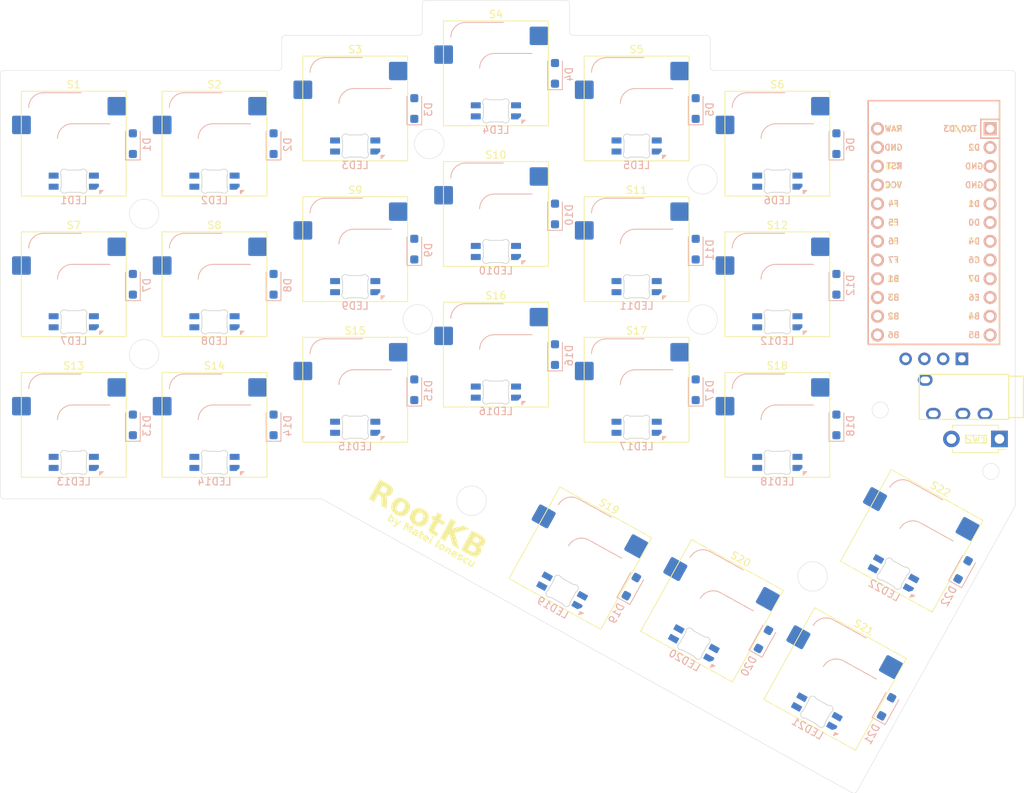
<source format=kicad_pcb>
(kicad_pcb (version 20240108) (generator "pcbnew") (generator_version "8.0")
  (layers (0 "F.Cu" signal) (31 "B.Cu" signal) (34 "B.Paste" user) (35 "F.Paste" user) (36 "B.SilkS" user "B.Silkscreen") (37 "F.SilkS" user "F.Silkscreen") (38 "B.Mask" user) (39 "F.Mask" user) (44 "Edge.Cuts" user))
  (net 0 "")
  (net 4 "Net-(D1-A)")
  (net 5 "Row 0")
  (net 6 "Net-(D2-A)")
  (net 7 "Net-(D3-A)")
  (net 8 "Net-(D4-A)")
  (net 9 "Net-(D5-A)")
  (net 10 "Net-(D6-A)")
  (net 11 "Net-(D7-A)")
  (net 12 "Row 1")
  (net 13 "Net-(D8-A)")
  (net 14 "Net-(D9-A)")
  (net 15 "Net-(D10-A)")
  (net 16 "Net-(D11-A)")
  (net 17 "Net-(D12-A)")
  (net 18 "Row 2")
  (net 19 "Net-(D13-A)")
  (net 20 "Net-(D14-A)")
  (net 21 "Net-(D15-A)")
  (net 22 "Net-(D16-A)")
  (net 23 "Net-(D17-A)")
  (net 24 "Net-(D18-A)")
  (net 25 "Net-(D19-A)")
  (net 26 "Row 3")
  (net 27 "Net-(D20-A)")
  (net 28 "Net-(D21-A)")
  (net 29 "Net-(D22-A)")
  (net 30 "SDA")
  (net 31 "SCL")
  (net 32 "GND")
  (net 33 "VCC")
  (net 34 "Net-(LED1-DOUT)")
  (net 35 "LED")
  (net 36 "Net-(LED2-DOUT)")
  (net 37 "Net-(LED3-DOUT)")
  (net 38 "Net-(LED4-DOUT)")
  (net 39 "Net-(LED5-DOUT)")
  (net 40 "Net-(LED10-DIN)")
  (net 41 "Net-(LED10-DOUT)")
  (net 42 "Net-(LED13-DOUT)")
  (net 43 "Net-(LED14-DOUT)")
  (net 44 "Net-(LED15-DOUT)")
  (net 45 "Net-(LED16-DOUT)")
  (net 46 "Net-(LED17-DOUT)")
  (net 47 "Net-(LED18-DOUT)")
  (net 48 "Column 0")
  (net 49 "Column 1")
  (net 50 "Column 2")
  (net 51 "Column 3")
  (net 52 "Column 4")
  (net 53 "Column 5")
  (net 54 "RST")
  (net 55 "TRRS_SERIAL")
  (net 56 "Net-(LED12-DIN)")
  (net 57 "Net-(LED13-DIN)")
  (net 58 "Net-(LED7-DIN)")
  (net 59 "Net-(LED8-DIN)")
  (net 60 "Net-(LED11-DIN)")
  (net 64 "Net-(LED19-DIN)")
  (net 65 "Net-(LED20-DIN)")
  (net 66 "Net-(LED21-DIN)")
  (footprint "PCM_Switch_Keyboard_Hotswap_Kailh:SW_Hotswap_Kailh_MX_1.00u" (layer "F.Cu") (at 142.875 71.4375)
    (property "Reference" "S10" (at 0 -8 0) (layer "F.SilkS"))
    (property "Value" "Keyswitch")
    (pad "" np_thru_hole circle (at -5.08 0) (size 1.75 1.75) (drill 1.75) (layers "*.Cu" "*.Mask"))
    (pad "" np_thru_hole circle (at -3.81 -2.54) (size 3.05 3.05) (drill 3.05) (layers "*.Cu" "*.Mask"))
    (pad "" np_thru_hole circle (at 0 0) (size 4 4) (drill 4) (layers "*.Cu" "*.Mask"))
    (pad "" np_thru_hole circle (at 2.54 -5.08) (size 3.05 3.05) (drill 3.05) (layers "*.Cu" "*.Mask"))
    (pad "" np_thru_hole circle (at 5.08 0) (size 1.75 1.75) (drill 1.75) (layers "*.Cu" "*.Mask"))
    (pad "1" smd roundrect (at -7.085 -2.54) (size 2.55 2.5) (layers "B.Cu" "B.Paste" "B.Mask") (roundrect_rratio 0.1) (net 51 "Column 3"))
    (pad "2" smd roundrect (at 5.842 -5.08) (size 2.55 2.5) (layers "B.Cu" "B.Paste" "B.Mask") (roundrect_rratio 0.1) (net 15 "Net-(D10-A)"))
  )
  (footprint "PCM_Switch_Keyboard_Hotswap_Kailh:SW_Hotswap_Kailh_MX_1.00u" (layer "F.Cu") (at 85.725 80.9625)
    (property "Reference" "S7" (at 0 -8 0) (layer "F.SilkS"))
    (property "Value" "Keyswitch")
    (pad "" np_thru_hole circle (at -5.08 0) (size 1.75 1.75) (drill 1.75) (layers "*.Cu" "*.Mask"))
    (pad "" np_thru_hole circle (at -3.81 -2.54) (size 3.05 3.05) (drill 3.05) (layers "*.Cu" "*.Mask"))
    (pad "" np_thru_hole circle (at 0 0) (size 4 4) (drill 4) (layers "*.Cu" "*.Mask"))
    (pad "" np_thru_hole circle (at 2.54 -5.08) (size 3.05 3.05) (drill 3.05) (layers "*.Cu" "*.Mask"))
    (pad "" np_thru_hole circle (at 5.08 0) (size 1.75 1.75) (drill 1.75) (layers "*.Cu" "*.Mask"))
    (pad "1" smd roundrect (at -7.085 -2.54) (size 2.55 2.5) (layers "B.Cu" "B.Paste" "B.Mask") (roundrect_rratio 0.1) (net 48 "Column 0"))
    (pad "2" smd roundrect (at 5.842 -5.08) (size 2.55 2.5) (layers "B.Cu" "B.Paste" "B.Mask") (roundrect_rratio 0.1) (net 11 "Net-(D7-A)"))
  )
  (footprint "PCM_Switch_Keyboard_Hotswap_Kailh:SW_Hotswap_Kailh_MX_1.00u" (layer "F.Cu") (at 123.825 95.25)
    (property "Reference" "S15" (at 0 -8 0) (layer "F.SilkS"))
    (property "Value" "Keyswitch")
    (pad "" np_thru_hole circle (at -5.08 0) (size 1.75 1.75) (drill 1.75) (layers "*.Cu" "*.Mask"))
    (pad "" np_thru_hole circle (at -3.81 -2.54) (size 3.05 3.05) (drill 3.05) (layers "*.Cu" "*.Mask"))
    (pad "" np_thru_hole circle (at 0 0) (size 4 4) (drill 4) (layers "*.Cu" "*.Mask"))
    (pad "" np_thru_hole circle (at 2.54 -5.08) (size 3.05 3.05) (drill 3.05) (layers "*.Cu" "*.Mask"))
    (pad "" np_thru_hole circle (at 5.08 0) (size 1.75 1.75) (drill 1.75) (layers "*.Cu" "*.Mask"))
    (pad "1" smd roundrect (at -7.085 -2.54) (size 2.55 2.5) (layers "B.Cu" "B.Paste" "B.Mask") (roundrect_rratio 0.1) (net 50 "Column 2"))
    (pad "2" smd roundrect (at 5.842 -5.08) (size 2.55 2.5) (layers "B.Cu" "B.Paste" "B.Mask") (roundrect_rratio 0.1) (net 21 "Net-(D15-A)"))
  )
  (footprint "display:OLED-128x32-cutout" (layer "F.Cu") (at 196.1645 92.663525 90)
    (property "Reference" "J1" (hide yes))
    (property "Value" "OLED-128x32")
    (pad "1" thru_hole rect (at 1.6 9.8 270) (size 1.7 1.7) (drill 1) (layers "*.Cu" "*.Mask") (net 32 "GND"))
    (pad "2" thru_hole oval (at 1.6 7.26 270) (size 1.7 1.7) (drill 1) (layers "*.Cu" "*.Mask") (net 33 "VCC"))
    (pad "3" thru_hole oval (at 1.6 4.72 270) (size 1.7 1.7) (drill 1) (layers "*.Cu" "*.Mask") (net 31 "SCL"))
    (pad "4" thru_hole oval (at 1.6 2.18 270) (size 1.7 1.7) (drill 1) (layers "*.Cu" "*.Mask") (net 30 "SDA"))
  )
  (footprint "PCM_Switch_Keyboard_Hotswap_Kailh:SW_Hotswap_Kailh_MX_1.00u" (layer "F.Cu") (at 104.775 61.9125)
    (property "Reference" "S2" (at 0 -8 0) (layer "F.SilkS"))
    (property "Value" "Keyswitch")
    (pad "" np_thru_hole circle (at -5.08 0) (size 1.75 1.75) (drill 1.75) (layers "*.Cu" "*.Mask"))
    (pad "" np_thru_hole circle (at -3.81 -2.54) (size 3.05 3.05) (drill 3.05) (layers "*.Cu" "*.Mask"))
    (pad "" np_thru_hole circle (at 0 0) (size 4 4) (drill 4) (layers "*.Cu" "*.Mask"))
    (pad "" np_thru_hole circle (at 2.54 -5.08) (size 3.05 3.05) (drill 3.05) (layers "*.Cu" "*.Mask"))
    (pad "" np_thru_hole circle (at 5.08 0) (size 1.75 1.75) (drill 1.75) (layers "*.Cu" "*.Mask"))
    (pad "1" smd roundrect (at -7.085 -2.54) (size 2.55 2.5) (layers "B.Cu" "B.Paste" "B.Mask") (roundrect_rratio 0.1) (net 49 "Column 1"))
    (pad "2" smd roundrect (at 5.842 -5.08) (size 2.55 2.5) (layers "B.Cu" "B.Paste" "B.Mask") (roundrect_rratio 0.1) (net 6 "Net-(D2-A)"))
  )
  (footprint "ScottoKeebs_Components:TRRS_PJ-320A" (layer "F.Cu") (at 212.297357 96.213525 -90)
    (property "Reference" "U2")
    (property "Value" "TRRS")
    (pad "" np_thru_hole circle (at 0 8.6 270) (size 0.8 0.8) (drill 0.8) (layers "*.Cu" "*.Mask"))
    (pad "" np_thru_hole circle (at 0.000001 1.6 270) (size 0.8 0.8) (drill 0.8) (layers "*.Cu" "*.Mask"))
    (pad "1" thru_hole oval (at -2.3 11.3 270) (size 1.6 2) (drill oval 0.9 1.3) (layers "*.Cu" "*.Mask"))
    (pad "2" thru_hole oval (at 2.3 10.2 270) (size 1.6 2) (drill oval 0.9 1.3) (layers "*.Cu" "*.Mask") (net 33 "VCC"))
    (pad "3" thru_hole oval (at 2.3 6.2 270) (size 1.6 2) (drill oval 0.9 1.3) (layers "*.Cu" "*.Mask") (net 32 "GND"))
    (pad "4" thru_hole oval (at 2.3 3.2 270) (size 1.6 2) (drill oval 0.9 1.3) (layers "*.Cu" "*.Mask") (net 55 "TRRS_SERIAL"))
  )
  (footprint "PCM_Switch_Keyboard_Hotswap_Kailh:SW_Hotswap_Kailh_MX_1.00u" (layer "F.Cu") (at 85.725 61.9125)
    (property "Reference" "S1" (at 0 -8 0) (layer "F.SilkS"))
    (property "Value" "Keyswitch")
    (pad "" np_thru_hole circle (at -5.08 0) (size 1.75 1.75) (drill 1.75) (layers "*.Cu" "*.Mask"))
    (pad "" np_thru_hole circle (at -3.81 -2.54) (size 3.05 3.05) (drill 3.05) (layers "*.Cu" "*.Mask"))
    (pad "" np_thru_hole circle (at 0 0) (size 4 4) (drill 4) (layers "*.Cu" "*.Mask"))
    (pad "" np_thru_hole circle (at 2.54 -5.08) (size 3.05 3.05) (drill 3.05) (layers "*.Cu" "*.Mask"))
    (pad "" np_thru_hole circle (at 5.08 0) (size 1.75 1.75) (drill 1.75) (layers "*.Cu" "*.Mask"))
    (pad "1" smd roundrect (at -7.085 -2.54) (size 2.55 2.5) (layers "B.Cu" "B.Paste" "B.Mask") (roundrect_rratio 0.1) (net 48 "Column 0"))
    (pad "2" smd roundrect (at 5.842 -5.08) (size 2.55 2.5) (layers "B.Cu" "B.Paste" "B.Mask") (roundrect_rratio 0.1) (net 4 "Net-(D1-A)"))
  )
  (footprint "PCM_Switch_Keyboard_Hotswap_Kailh:SW_Hotswap_Kailh_MX_1.00u" (layer "F.Cu") (at 180.975 61.9125)
    (property "Reference" "S6" (at 0 -8 0) (layer "F.SilkS"))
    (property "Value" "Keyswitch")
    (pad "" np_thru_hole circle (at -5.08 0) (size 1.75 1.75) (drill 1.75) (layers "*.Cu" "*.Mask"))
    (pad "" np_thru_hole circle (at -3.81 -2.54) (size 3.05 3.05) (drill 3.05) (layers "*.Cu" "*.Mask"))
    (pad "" np_thru_hole circle (at 0 0) (size 4 4) (drill 4) (layers "*.Cu" "*.Mask"))
    (pad "" np_thru_hole circle (at 2.54 -5.08) (size 3.05 3.05) (drill 3.05) (layers "*.Cu" "*.Mask"))
    (pad "" np_thru_hole circle (at 5.08 0) (size 1.75 1.75) (drill 1.75) (layers "*.Cu" "*.Mask"))
    (pad "1" smd roundrect (at -7.085 -2.54) (size 2.55 2.5) (layers "B.Cu" "B.Paste" "B.Mask") (roundrect_rratio 0.1) (net 53 "Column 5"))
    (pad "2" smd roundrect (at 5.842 -5.08) (size 2.55 2.5) (layers "B.Cu" "B.Paste" "B.Mask") (roundrect_rratio 0.1) (net 10 "Net-(D6-A)"))
  )
  (footprint "PCM_Switch_Keyboard_Hotswap_Kailh:SW_Hotswap_Kailh_MX_1.25u_90deg" (layer "F.Cu") (at 188.791555 134.432159 -29)
    (property "Reference" "S21" (at 0 -8 -29) (layer "F.SilkS"))
    (property "Value" "Keyswitch")
    (pad "" np_thru_hole circle (at -5.08 0 331) (size 1.75 1.75) (drill 1.75) (layers "*.Cu" "*.Mask"))
    (pad "" np_thru_hole circle (at -3.81 -2.54 331) (size 3.05 3.05) (drill 3.05) (layers "*.Cu" "*.Mask"))
    (pad "" np_thru_hole circle (at 0 0 331) (size 4 4) (drill 4) (layers "*.Cu" "*.Mask"))
    (pad "" np_thru_hole circle (at 2.54 -5.08 331) (size 3.05 3.05) (drill 3.05) (layers "*.Cu" "*.Mask"))
    (pad "" np_thru_hole circle (at 5.08 0 331) (size 1.75 1.75) (drill 1.75) (layers "*.Cu" "*.Mask"))
    (pad "1" smd roundrect (at -7.085 -2.54 331) (size 2.55 2.5) (layers "B.Cu" "B.Paste" "B.Mask") (roundrect_rratio 0.1) (net 52 "Column 4"))
    (pad "2" smd roundrect (at 5.842 -5.08 331) (size 2.55 2.5) (layers "B.Cu" "B.Paste" "B.Mask") (roundrect_rratio 0.1) (net 28 "Net-(D21-A)"))
  )
  (footprint "PCM_Switch_Keyboard_Hotswap_Kailh:SW_Hotswap_Kailh_MX_1.00u" (layer "F.Cu") (at 154.305 118.060001 -29)
    (property "Reference" "S19" (at 0 -8 151) (layer "F.SilkS"))
    (property "Value" "Keyswitch")
    (pad "" np_thru_hole circle (at -5.08 0 331) (size 1.75 1.75) (drill 1.75) (layers "*.Cu" "*.Mask"))
    (pad "" np_thru_hole circle (at -3.81 -2.54 331) (size 3.05 3.05) (drill 3.05) (layers "*.Cu" "*.Mask"))
    (pad "" np_thru_hole circle (at 0 0 331) (size 4 4) (drill 4) (layers "*.Cu" "*.Mask"))
    (pad "" np_thru_hole circle (at 2.54 -5.08 331) (size 3.05 3.05) (drill 3.05) (layers "*.Cu" "*.Mask"))
    (pad "" np_thru_hole circle (at 5.08 0 331) (size 1.75 1.75) (drill 1.75) (layers "*.Cu" "*.Mask"))
    (pad "1" smd roundrect (at -7.085 -2.54 331) (size 2.55 2.5) (layers "B.Cu" "B.Paste" "B.Mask") (roundrect_rratio 0.1) (net 50 "Column 2"))
    (pad "2" smd roundrect (at 5.841999 -5.080001 331) (size 2.55 2.5) (layers "B.Cu" "B.Paste" "B.Mask") (roundrect_rratio 0.1) (net 25 "Net-(D19-A)"))
  )
  (footprint "PCM_Switch_Keyboard_Hotswap_Kailh:SW_Hotswap_Kailh_MX_1.00u" (layer "F.Cu") (at 199.166481 115.715298 -29)
    (property "Reference" "S22" (at 0 -8 151) (layer "F.SilkS"))
    (property "Value" "Keyswitch")
    (pad "" np_thru_hole circle (at -5.08 0 331) (size 1.75 1.75) (drill 1.75) (layers "*.Cu" "*.Mask"))
    (pad "" np_thru_hole circle (at -3.81 -2.54 331) (size 3.05 3.05) (drill 3.05) (layers "*.Cu" "*.Mask"))
    (pad "" np_thru_hole circle (at 0 0 331) (size 4 4) (drill 4) (layers "*.Cu" "*.Mask"))
    (pad "" np_thru_hole circle (at 2.54 -5.08 331) (size 3.05 3.05) (drill 3.05) (layers "*.Cu" "*.Mask"))
    (pad "" np_thru_hole circle (at 5.08 0 331) (size 1.75 1.75) (drill 1.75) (layers "*.Cu" "*.Mask"))
    (pad "1" smd roundrect (at -7.085 -2.54 331) (size 2.55 2.5) (layers "B.Cu" "B.Paste" "B.Mask") (roundrect_rratio 0.1) (net 53 "Column 5"))
    (pad "2" smd roundrect (at 5.842 -5.08 331) (size 2.55 2.5) (layers "B.Cu" "B.Paste" "B.Mask") (roundrect_rratio 0.1) (net 29 "Net-(D22-A)"))
  )
  (footprint "PCM_Switch_Keyboard_Hotswap_Kailh:SW_Hotswap_Kailh_MX_1.00u" (layer "F.Cu") (at 161.925 76.2)
    (property "Reference" "S11" (at 0 -8 0) (layer "F.SilkS"))
    (property "Value" "Keyswitch")
    (pad "" np_thru_hole circle (at -5.08 0) (size 1.75 1.75) (drill 1.75) (layers "*.Cu" "*.Mask"))
    (pad "" np_thru_hole circle (at -3.81 -2.54) (size 3.05 3.05) (drill 3.05) (layers "*.Cu" "*.Mask"))
    (pad "" np_thru_hole circle (at 0 0) (size 4 4) (drill 4) (layers "*.Cu" "*.Mask"))
    (pad "" np_thru_hole circle (at 2.54 -5.08) (size 3.05 3.05) (drill 3.05) (layers "*.Cu" "*.Mask"))
    (pad "" np_thru_hole circle (at 5.08 0) (size 1.75 1.75) (drill 1.75) (layers "*.Cu" "*.Mask"))
    (pad "1" smd roundrect (at -7.085 -2.54) (size 2.55 2.5) (layers "B.Cu" "B.Paste" "B.Mask") (roundrect_rratio 0.1) (net 52 "Column 4"))
    (pad "2" smd roundrect (at 5.842 -5.08) (size 2.55 2.5) (layers "B.Cu" "B.Paste" "B.Mask") (roundrect_rratio 0.1) (net 16 "Net-(D11-A)"))
  )
  (footprint "PCM_Switch_Keyboard_Hotswap_Kailh:SW_Hotswap_Kailh_MX_1.00u" (layer "F.Cu") (at 85.725 100.0125)
    (property "Reference" "S13" (at 0 -8 0) (layer "F.SilkS"))
    (property "Value" "Keyswitch")
    (pad "" np_thru_hole circle (at -5.08 0) (size 1.75 1.75) (drill 1.75) (layers "*.Cu" "*.Mask"))
    (pad "" np_thru_hole circle (at -3.81 -2.54) (size 3.05 3.05) (drill 3.05) (layers "*.Cu" "*.Mask"))
    (pad "" np_thru_hole circle (at 0 0) (size 4 4) (drill 4) (layers "*.Cu" "*.Mask"))
    (pad "" np_thru_hole circle (at 2.54 -5.08) (size 3.05 3.05) (drill 3.05) (layers "*.Cu" "*.Mask"))
    (pad "" np_thru_hole circle (at 5.08 0) (size 1.75 1.75) (drill 1.75) (layers "*.Cu" "*.Mask"))
    (pad "1" smd roundrect (at -7.085 -2.54) (size 2.55 2.5) (layers "B.Cu" "B.Paste" "B.Mask") (roundrect_rratio 0.1) (net 48 "Column 0"))
    (pad "2" smd roundrect (at 5.842 -5.08) (size 2.55 2.5) (layers "B.Cu" "B.Paste" "B.Mask") (roundrect_rratio 0.1) (net 19 "Net-(D13-A)"))
  )
  (footprint "PCM_Switch_Keyboard_Hotswap_Kailh:SW_Hotswap_Kailh_MX_1.00u" (layer "F.Cu") (at 123.825 76.2)
    (property "Reference" "S9" (at 0 -8 0) (layer "F.SilkS"))
    (property "Value" "Keyswitch")
    (pad "" np_thru_hole circle (at -5.08 0) (size 1.75 1.75) (drill 1.75) (layers "*.Cu" "*.Mask"))
    (pad "" np_thru_hole circle (at -3.81 -2.54) (size 3.05 3.05) (drill 3.05) (layers "*.Cu" "*.Mask"))
    (pad "" np_thru_hole circle (at 0 0) (size 4 4) (drill 4) (layers "*.Cu" "*.Mask"))
    (pad "" np_thru_hole circle (at 2.54 -5.08) (size 3.05 3.05) (drill 3.05) (layers "*.Cu" "*.Mask"))
    (pad "" np_thru_hole circle (at 5.08 0) (size 1.75 1.75) (drill 1.75) (layers "*.Cu" "*.Mask"))
    (pad "1" smd roundrect (at -7.085 -2.54) (size 2.55 2.5) (layers "B.Cu" "B.Paste" "B.Mask") (roundrect_rratio 0.1) (net 50 "Column 2"))
    (pad "2" smd roundrect (at 5.842 -5.08) (size 2.55 2.5) (layers "B.Cu" "B.Paste" "B.Mask") (roundrect_rratio 0.1) (net 14 "Net-(D9-A)"))
  )
  (footprint "PCM_Switch_Keyboard_Hotswap_Kailh:SW_Hotswap_Kailh_MX_1.00u" (layer "F.Cu") (at 142.875 90.4875)
    (property "Reference" "S16" (at 0 -8 0) (layer "F.SilkS"))
    (property "Value" "Keyswitch")
    (pad "" np_thru_hole circle (at -5.08 0) (size 1.75 1.75) (drill 1.75) (layers "*.Cu" "*.Mask"))
    (pad "" np_thru_hole circle (at -3.81 -2.54) (size 3.05 3.05) (drill 3.05) (layers "*.Cu" "*.Mask"))
    (pad "" np_thru_hole circle (at 0 0) (size 4 4) (drill 4) (layers "*.Cu" "*.Mask"))
    (pad "" np_thru_hole circle (at 2.54 -5.08) (size 3.05 3.05) (drill 3.05) (layers "*.Cu" "*.Mask"))
    (pad "" np_thru_hole circle (at 5.08 0) (size 1.75 1.75) (drill 1.75) (layers "*.Cu" "*.Mask"))
    (pad "1" smd roundrect (at -7.085 -2.54) (size 2.55 2.5) (layers "B.Cu" "B.Paste" "B.Mask") (roundrect_rratio 0.1) (net 51 "Column 3"))
    (pad "2" smd roundrect (at 5.842 -5.08) (size 2.55 2.5) (layers "B.Cu" "B.Paste" "B.Mask") (roundrect_rratio 0.1) (net 22 "Net-(D16-A)"))
  )
  (footprint "PCM_Switch_Keyboard_Hotswap_Kailh:SW_Hotswap_Kailh_MX_1.00u" (layer "F.Cu") (at 180.975 100.0125)
    (property "Reference" "S18" (at 0 -8 0) (layer "F.SilkS"))
    (property "Value" "Keyswitch")
    (pad "" np_thru_hole circle (at -5.08 0) (size 1.75 1.75) (drill 1.75) (layers "*.Cu" "*.Mask"))
    (pad "" np_thru_hole circle (at -3.81 -2.54) (size 3.05 3.05) (drill 3.05) (layers "*.Cu" "*.Mask"))
    (pad "" np_thru_hole circle (at 0 0) (size 4 4) (drill 4) (layers "*.Cu" "*.Mask"))
    (pad "" np_thru_hole circle (at 2.54 -5.08) (size 3.05 3.05) (drill 3.05) (layers "*.Cu" "*.Mask"))
    (pad "" np_thru_hole circle (at 5.08 0) (size 1.75 1.75) (drill 1.75) (layers "*.Cu" "*.Mask"))
    (pad "1" smd roundrect (at -7.085 -2.54) (size 2.55 2.5) (layers "B.Cu" "B.Paste" "B.Mask") (roundrect_rratio 0.1) (net 53 "Column 5"))
    (pad "2" smd roundrect (at 5.842 -5.08) (size 2.55 2.5) (layers "B.Cu" "B.Paste" "B.Mask") (roundrect_rratio 0.1) (net 24 "Net-(D18-A)"))
  )
  (footprint "PCM_Switch_Keyboard_Hotswap_Kailh:SW_Hotswap_Kailh_MX_1.00u" (layer "F.Cu") (at 104.775 80.9625)
    (property "Reference" "S8" (at 0 -8 0) (layer "F.SilkS"))
    (property "Value" "Keyswitch")
    (pad "" np_thru_hole circle (at -5.08 0) (size 1.75 1.75) (drill 1.75) (layers "*.Cu" "*.Mask"))
    (pad "" np_thru_hole circle (at -3.81 -2.54) (size 3.05 3.05) (drill 3.05) (layers "*.Cu" "*.Mask"))
    (pad "" np_thru_hole circle (at 0 0) (size 4 4) (drill 4) (layers "*.Cu" "*.Mask"))
    (pad "" np_thru_hole circle (at 2.54 -5.08) (size 3.05 3.05) (drill 3.05) (layers "*.Cu" "*.Mask"))
    (pad "" np_thru_hole circle (at 5.08 0) (size 1.75 1.75) (drill 1.75) (layers "*.Cu" "*.Mask"))
    (pad "1" smd roundrect (at -7.085 -2.54) (size 2.55 2.5) (layers "B.Cu" "B.Paste" "B.Mask") (roundrect_rratio 0.1) (net 49 "Column 1"))
    (pad "2" smd roundrect (at 5.842 -5.08) (size 2.55 2.5) (layers "B.Cu" "B.Paste" "B.Mask") (roundrect_rratio 0.1) (net 13 "Net-(D8-A)"))
  )
  (footprint "PCM_Switch_Keyboard_Hotswap_Kailh:SW_Hotswap_Kailh_MX_1.00u" (layer "F.Cu") (at 161.925 95.25)
    (property "Reference" "S17" (at 0 -8 0) (layer "F.SilkS"))
    (property "Value" "Keyswitch")
    (pad "" np_thru_hole circle (at -5.08 0) (size 1.75 1.75) (drill 1.75) (layers "*.Cu" "*.Mask"))
    (pad "" np_thru_hole circle (at -3.81 -2.54) (size 3.05 3.05) (drill 3.05) (layers "*.Cu" "*.Mask"))
    (pad "" np_thru_hole circle (at 0 0) (size 4 4) (drill 4) (layers "*.Cu" "*.Mask"))
    (pad "" np_thru_hole circle (at 2.54 -5.08) (size 3.05 3.05) (drill 3.05) (layers "*.Cu" "*.Mask"))
    (pad "" np_thru_hole circle (at 5.08 0) (size 1.75 1.75) (drill 1.75) (layers "*.Cu" "*.Mask"))
    (pad "1" smd roundrect (at -7.085 -2.54) (size 2.55 2.5) (layers "B.Cu" "B.Paste" "B.Mask") (roundrect_rratio 0.1) (net 52 "Column 4"))
    (pad "2" smd roundrect (at 5.842 -5.08) (size 2.55 2.5) (layers "B.Cu" "B.Paste" "B.Mask") (roundrect_rratio 0.1) (net 23 "Net-(D17-A)"))
  )
  (footprint "PCM_Switch_Keyboard_Hotswap_Kailh:SW_Hotswap_Kailh_MX_1.00u" (layer "F.Cu") (at 180.975 80.9625)
    (property "Reference" "S12" (at 0 -8 0) (layer "F.SilkS"))
    (property "Value" "Keyswitch")
    (pad "" np_thru_hole circle (at -5.08 0) (size 1.75 1.75) (drill 1.75) (layers "*.Cu" "*.Mask"))
    (pad "" np_thru_hole circle (at -3.81 -2.54) (size 3.05 3.05) (drill 3.05) (layers "*.Cu" "*.Mask"))
    (pad "" np_thru_hole circle (at 0 0) (size 4 4) (drill 4) (layers "*.Cu" "*.Mask"))
    (pad "" np_thru_hole circle (at 2.54 -5.08) (size 3.05 3.05) (drill 3.05) (layers "*.Cu" "*.Mask"))
    (pad "" np_thru_hole circle (at 5.08 0) (size 1.75 1.75) (drill 1.75) (layers "*.Cu" "*.Mask"))
    (pad "1" smd roundrect (at -7.085 -2.54) (size 2.55 2.5) (layers "B.Cu" "B.Paste" "B.Mask") (roundrect_rratio 0.1) (net 53 "Column 5"))
    (pad "2" smd roundrect (at 5.842 -5.08) (size 2.55 2.5) (layers "B.Cu" "B.Paste" "B.Mask") (roundrect_rratio 0.1) (net 17 "Net-(D12-A)"))
  )
  (footprint "PCM_Switch_Keyboard_Hotswap_Kailh:SW_Hotswap_Kailh_MX_1.00u" (layer "F.Cu") (at 142.875 52.3875)
    (property "Reference" "S4" (at 0 -8 0) (layer "F.SilkS"))
    (property "Value" "Keyswitch")
    (pad "" np_thru_hole circle (at -5.08 0) (size 1.75 1.75) (drill 1.75) (layers "*.Cu" "*.Mask"))
    (pad "" np_thru_hole circle (at -3.81 -2.54) (size 3.05 3.05) (drill 3.05) (layers "*.Cu" "*.Mask"))
    (pad "" np_thru_hole circle (at 0 0) (size 4 4) (drill 4) (layers "*.Cu" "*.Mask"))
    (pad "" np_thru_hole circle (at 2.54 -5.08) (size 3.05 3.05) (drill 3.05) (layers "*.Cu" "*.Mask"))
    (pad "" np_thru_hole circle (at 5.08 0) (size 1.75 1.75) (drill 1.75) (layers "*.Cu" "*.Mask"))
    (pad "1" smd roundrect (at -7.085 -2.54) (size 2.55 2.5) (layers "B.Cu" "B.Paste" "B.Mask") (roundrect_rratio 0.1) (net 51 "Column 3"))
    (pad "2" smd roundrect (at 5.842 -5.08) (size 2.55 2.5) (layers "B.Cu" "B.Paste" "B.Mask") (roundrect_rratio 0.1) (net 8 "Net-(D4-A)"))
  )
  (footprint "PCM_Switch_Keyboard_Hotswap_Kailh:SW_Hotswap_Kailh_MX_1.00u" (layer "F.Cu") (at 123.825 57.15)
    (property "Reference" "S3" (at 0 -8 0) (layer "F.SilkS"))
    (property "Value" "Keyswitch")
    (pad "" np_thru_hole circle (at -5.08 0) (size 1.75 1.75) (drill 1.75) (layers "*.Cu" "*.Mask"))
    (pad "" np_thru_hole circle (at -3.81 -2.54) (size 3.05 3.05) (drill 3.05) (layers "*.Cu" "*.Mask"))
    (pad "" np_thru_hole circle (at 0 0) (size 4 4) (drill 4) (layers "*.Cu" "*.Mask"))
    (pad "" np_thru_hole circle (at 2.54 -5.08) (size 3.05 3.05) (drill 3.05) (layers "*.Cu" "*.Mask"))
    (pad "" np_thru_hole circle (at 5.08 0) (size 1.75 1.75) (drill 1.75) (layers "*.Cu" "*.Mask"))
    (pad "1" smd roundrect (at -7.085 -2.54) (size 2.55 2.5) (layers "B.Cu" "B.Paste" "B.Mask") (roundrect_rratio 0.1) (net 50 "Column 2"))
    (pad "2" smd roundrect (at 5.842 -5.08) (size 2.55 2.5) (layers "B.Cu" "B.Paste" "B.Mask") (roundrect_rratio 0.1) (net 7 "Net-(D3-A)"))
  )
  (footprint "PCM_Switch_Keyboard_Hotswap_Kailh:SW_Hotswap_Kailh_MX_1.25u_90deg" (layer "F.Cu") (at 172.130564 125.195608 -29)
    (property "Reference" "S20" (at 0 -8 -29) (layer "F.SilkS"))
    (property "Value" "Keyswitch")
    (pad "" np_thru_hole circle (at -5.08 0 331) (size 1.75 1.75) (drill 1.75) (layers "*.Cu" "*.Mask"))
    (pad "" np_thru_hole circle (at -3.81 -2.54 331) (size 3.05 3.05) (drill 3.05) (layers "*.Cu" "*.Mask"))
    (pad "" np_thru_hole circle (at 0 0 331) (size 4 4) (drill 4) (layers "*.Cu" "*.Mask"))
    (pad "" np_thru_hole circle (at 2.54 -5.08 331) (size 3.05 3.05) (drill 3.05) (layers "*.Cu" "*.Mask"))
    (pad "" np_thru_hole circle (at 5.08 0 331) (size 1.75 1.75) (drill 1.75) (layers "*.Cu" "*.Mask"))
    (pad "1" smd roundrect (at -7.085 -2.54 331) (size 2.55 2.5) (layers "B.Cu" "B.Paste" "B.Mask") (roundrect_rratio 0.1) (net 51 "Column 3"))
    (pad "2" smd roundrect (at 5.842 -5.08 331) (size 2.55 2.5) (layers "B.Cu" "B.Paste" "B.Mask") (roundrect_rratio 0.1) (net 27 "Net-(D20-A)"))
  )
  (footprint "ScottoKeebs_Components:Button_MJTP1250" (layer "F.Cu") (at 211.047358 101.913525 180)
    (property "Reference" "SW1" (at 3.147106 -0.086969 180) (layer "F.SilkS"))
    (property "Value" "Switch")
    (pad "1" thru_hole rect (at 0 0 270) (size 2.25 2.25) (drill 1.3) (layers "*.Cu" "*.Mask") (net 54 "RST"))
    (pad "2" thru_hole circle (at 6.5 0 270) (size 2.25 2.25) (drill 1.3) (layers "*.Cu" "*.Mask") (net 32 "GND"))
  )
  (footprint "PCM_Switch_Keyboard_Hotswap_Kailh:SW_Hotswap_Kailh_MX_1.00u" (layer "F.Cu") (at 161.925 57.15)
    (property "Reference" "S5" (at 0 -8 0) (layer "F.SilkS"))
    (property "Value" "Keyswitch")
    (pad "" np_thru_hole circle (at -5.08 0) (size 1.75 1.75) (drill 1.75) (layers "*.Cu" "*.Mask"))
    (pad "" np_thru_hole circle (at -3.81 -2.54) (size 3.05 3.05) (drill 3.05) (layers "*.Cu" "*.Mask"))
    (pad "" np_thru_hole circle (at 0 0) (size 4 4) (drill 4) (layers "*.Cu" "*.Mask"))
    (pad "" np_thru_hole circle (at 2.54 -5.08) (size 3.05 3.05) (drill 3.05) (layers "*.Cu" "*.Mask"))
    (pad "" np_thru_hole circle (at 5.08 0) (size 1.75 1.75) (drill 1.75) (layers "*.Cu" "*.Mask"))
    (pad "1" smd roundrect (at -7.085 -2.54) (size 2.55 2.5) (layers "B.Cu" "B.Paste" "B.Mask") (roundrect_rratio 0.1) (net 52 "Column 4"))
    (pad "2" smd roundrect (at 5.842 -5.08) (size 2.55 2.5) (layers "B.Cu" "B.Paste" "B.Mask") (roundrect_rratio 0.1) (net 9 "Net-(D5-A)"))
  )
  (footprint "PCM_Switch_Keyboard_Hotswap_Kailh:SW_Hotswap_Kailh_MX_1.00u" (layer "F.Cu") (at 104.775 100.0125)
    (property "Reference" "S14" (at 0 -8 0) (layer "F.SilkS"))
    (property "Value" "Keyswitch")
    (pad "" np_thru_hole circle (at -5.08 0) (size 1.75 1.75) (drill 1.75) (layers "*.Cu" "*.Mask"))
    (pad "" np_thru_hole circle (at -3.81 -2.54) (size 3.05 3.05) (drill 3.05) (layers "*.Cu" "*.Mask"))
    (pad "" np_thru_hole circle (at 0 0) (size 4 4) (drill 4) (layers "*.Cu" "*.Mask"))
    (pad "" np_thru_hole circle (at 2.54 -5.08) (size 3.05 3.05) (drill 3.05) (layers "*.Cu" "*.Mask"))
    (pad "" np_thru_hole circle (at 5.08 0) (size 1.75 1.75) (drill 1.75) (layers "*.Cu" "*.Mask"))
    (pad "1" smd roundrect (at -7.085 -2.54) (size 2.55 2.5) (layers "B.Cu" "B.Paste" "B.Mask") (roundrect_rratio 0.1) (net 49 "Column 1"))
    (pad "2" smd roundrect (at 5.842 -5.08) (size 2.55 2.5) (layers "B.Cu" "B.Paste" "B.Mask") (roundrect_rratio 0.1) (net 20 "Net-(D14-A)"))
  )
  (footprint "PCM_marbastlib-mx:LED_MX_6028R" (layer "B.Cu") (at 85.725 66.9925 180)
    (property "Reference" "LED1" (at 0 -2.6 180) (layer "B.SilkS") (effects (justify mirror)))
    (property "Value" "MX_SK6812MINI-E")
    (fp_line (start 1.699999 0.702843) (end 1.699999 -0.702841) (stroke (width 0.1)) (layer "Edge.Cuts"))
    (fp_line (start 0.794452 -1.499999) (end -0.794452 -1.499999) (stroke (width 0.1)) (layer "Edge.Cuts"))
    (fp_line (start -0.794453 1.5) (end 0.794452 1.5) (stroke (width 0.1)) (layer "Edge.Cuts"))
    (fp_line (start -1.699999 -0.702841) (end -1.699999 0.702843) (stroke (width 0.1)) (layer "Edge.Cuts"))
    (fp_arc (start 1.749484 0.919721) (mid 1.712534 0.814067) (end 1.699999 0.702843) (stroke (width 0.1)) (layer "Edge.Cuts"))
    (fp_arc (start 1.749484 0.919721) (mid 1.638072 1.504036) (end 1.046711 1.5683) (stroke (width 0.1)) (layer "Edge.Cuts"))
    (fp_arc (start 1.699999 -0.702842) (mid 1.712536 -0.814065) (end 1.749484 -0.919719) (stroke (width 0.1)) (layer "Edge.Cuts"))
    (fp_arc (start 1.046711 -1.568296) (mid 1.638069 -1.504034) (end 1.749484 -0.919719) (stroke (width 0.1)) (layer "Edge.Cuts"))
    (fp_arc (start 1.04671 -1.568298) (mid 0.925122 -1.517376) (end 0.794452 -1.499999) (stroke (width 0.1)) (layer "Edge.Cuts"))
    (fp_arc (start 0.794453 1.500001) (mid 0.925123 1.517378) (end 1.046711 1.5683) (stroke (width 0.1)) (layer "Edge.Cuts"))
    (fp_arc (start -0.794452 -1.499999) (mid -0.925123 -1.517376) (end -1.046711 -1.568298) (stroke (width 0.1)) (layer "Edge.Cuts"))
    (fp_arc (start -1.046711 1.568299) (mid -0.925123 1.517377) (end -0.794453 1.5) (stroke (width 0.1)) (layer "Edge.Cuts"))
    (fp_arc (start -1.046711 1.568299) (mid -1.63807 1.504035) (end -1.749484 0.919721) (stroke (width 0.1)) (layer "Edge.Cuts"))
    (fp_arc (start -1.699999 0.702844) (mid -1.712527 0.814069) (end -1.749484 0.919721) (stroke (width 0.1)) (layer "Edge.Cuts"))
    (fp_arc (start -1.749484 -0.919718) (mid -1.638072 -1.504034) (end -1.046711 -1.568298) (stroke (width 0.1)) (layer "Edge.Cuts"))
    (fp_arc (start -1.749484 -0.919719) (mid -1.712527 -0.814067) (end -1.699999 -0.702841) (stroke (width 0.1)) (layer "Edge.Cuts"))
    (pad "1" smd roundrect (at 2.725 0.75 90) (size 0.82 1.35) (layers "B.Cu" "B.Paste" "B.Mask") (roundrect_rratio 0.1) (net 33 "VCC"))
    (pad "2" smd roundrect (at 2.725 -0.75 90) (size 0.82 1.35) (layers "B.Cu" "B.Paste" "B.Mask") (roundrect_rratio 0.1) (net 34 "Net-(LED1-DOUT)"))
    (pad "3" smd roundrect (at -2.725 0.75 90) (size 0.82 1.35) (layers "B.Cu" "B.Paste" "B.Mask") (roundrect_rratio 0.1) (net 35 "LED"))
    (pad "4" smd roundrect (at -2.725 -0.75 90) (size 0.82 1.35) (layers "B.Cu" "B.Paste" "B.Mask") (roundrect_rratio 0.1) (chamfer_ratio 0.5) (chamfer bottom_left) (net 32 "GND"))
  )
  (footprint "Diode_SMD:D_SOD-123F" (layer "B.Cu") (at 112.775 100.0125 90)
    (property "Reference" "D14" (at -0.127 1.905 -90) (layer "B.SilkS") (effects (justify mirror)))
    (property "Value" "Diode")
    (pad "1" smd roundrect (at -1.4 0 90) (size 1.1 1.1) (layers "B.Cu" "B.Paste" "B.Mask") (roundrect_rratio 0.2272727273) (net 18 "Row 2"))
    (pad "2" smd roundrect (at 1.4 0 90) (size 1.1 1.1) (layers "B.Cu" "B.Paste" "B.Mask") (roundrect_rratio 0.2272727273) (net 20 "Net-(D14-A)"))
  )
  (footprint "PCM_marbastlib-mx:LED_MX_6028R" (layer "B.Cu") (at 161.925 62.23 180)
    (property "Reference" "LED5" (at 0 -2.6 180) (layer "B.SilkS") (effects (justify mirror)))
    (property "Value" "MX_SK6812MINI-E")
    (fp_line (start 1.699999 0.702843) (end 1.699999 -0.702841) (stroke (width 0.1)) (layer "Edge.Cuts"))
    (fp_line (start 0.794452 -1.499999) (end -0.794452 -1.499999) (stroke (width 0.1)) (layer "Edge.Cuts"))
    (fp_line (start -0.794453 1.5) (end 0.794452 1.5) (stroke (width 0.1)) (layer "Edge.Cuts"))
    (fp_line (start -1.699999 -0.702841) (end -1.699999 0.702843) (stroke (width 0.1)) (layer "Edge.Cuts"))
    (fp_arc (start 1.749484 0.919721) (mid 1.712534 0.814067) (end 1.699999 0.702843) (stroke (width 0.1)) (layer "Edge.Cuts"))
    (fp_arc (start 1.749484 0.919721) (mid 1.638072 1.504036) (end 1.046711 1.5683) (stroke (width 0.1)) (layer "Edge.Cuts"))
    (fp_arc (start 1.699999 -0.702842) (mid 1.712536 -0.814065) (end 1.749484 -0.919719) (stroke (width 0.1)) (layer "Edge.Cuts"))
    (fp_arc (start 1.046711 -1.568296) (mid 1.638069 -1.504034) (end 1.749484 -0.919719) (stroke (width 0.1)) (layer "Edge.Cuts"))
    (fp_arc (start 1.04671 -1.568298) (mid 0.925122 -1.517376) (end 0.794452 -1.499999) (stroke (width 0.1)) (layer "Edge.Cuts"))
    (fp_arc (start 0.794453 1.500001) (mid 0.925123 1.517378) (end 1.046711 1.5683) (stroke (width 0.1)) (layer "Edge.Cuts"))
    (fp_arc (start -0.794452 -1.499999) (mid -0.925123 -1.517376) (end -1.046711 -1.568298) (stroke (width 0.1)) (layer "Edge.Cuts"))
    (fp_arc (start -1.046711 1.568299) (mid -0.925123 1.517377) (end -0.794453 1.5) (stroke (width 0.1)) (layer "Edge.Cuts"))
    (fp_arc (start -1.046711 1.568299) (mid -1.63807 1.504035) (end -1.749484 0.919721) (stroke (width 0.1)) (layer "Edge.Cuts"))
    (fp_arc (start -1.699999 0.702844) (mid -1.712527 0.814069) (end -1.749484 0.919721) (stroke (width 0.1)) (layer "Edge.Cuts"))
    (fp_arc (start -1.749484 -0.919718) (mid -1.638072 -1.504034) (end -1.046711 -1.568298) (stroke (width 0.1)) (layer "Edge.Cuts"))
    (fp_arc (start -1.749484 -0.919719) (mid -1.712527 -0.814067) (end -1.699999 -0.702841) (stroke (width 0.1)) (layer "Edge.Cuts"))
    (pad "1" smd roundrect (at 2.725 0.75 90) (size 0.82 1.35) (layers "B.Cu" "B.Paste" "B.Mask") (roundrect_rratio 0.1) (net 33 "VCC"))
    (pad "2" smd roundrect (at 2.725 -0.75 90) (size 0.82 1.35) (layers "B.Cu" "B.Paste" "B.Mask") (roundrect_rratio 0.1) (net 39 "Net-(LED5-DOUT)"))
    (pad "3" smd roundrect (at -2.725 0.75 90) (size 0.82 1.35) (layers "B.Cu" "B.Paste" "B.Mask") (roundrect_rratio 0.1) (net 38 "Net-(LED4-DOUT)"))
    (pad "4" smd roundrect (at -2.725 -0.75 90) (size 0.82 1.35) (layers "B.Cu" "B.Paste" "B.Mask") (roundrect_rratio 0.1) (chamfer_ratio 0.5) (chamfer bottom_left) (net 32 "GND"))
  )
  (footprint "PCM_marbastlib-mx:LED_MX_6028R" (layer "B.Cu") (at 161.925 100.33 180)
    (property "Reference" "LED17" (at 0 -2.6 180) (layer "B.SilkS") (effects (justify mirror)))
    (property "Value" "MX_SK6812MINI-E")
    (fp_line (start 1.699999 0.702843) (end 1.699999 -0.702841) (stroke (width 0.1)) (layer "Edge.Cuts"))
    (fp_line (start 0.794452 -1.499999) (end -0.794452 -1.499999) (stroke (width 0.1)) (layer "Edge.Cuts"))
    (fp_line (start -0.794453 1.5) (end 0.794452 1.5) (stroke (width 0.1)) (layer "Edge.Cuts"))
    (fp_line (start -1.699999 -0.702841) (end -1.699999 0.702843) (stroke (width 0.1)) (layer "Edge.Cuts"))
    (fp_arc (start 1.749484 0.919721) (mid 1.712534 0.814067) (end 1.699999 0.702843) (stroke (width 0.1)) (layer "Edge.Cuts"))
    (fp_arc (start 1.749484 0.919721) (mid 1.638072 1.504036) (end 1.046711 1.5683) (stroke (width 0.1)) (layer "Edge.Cuts"))
    (fp_arc (start 1.699999 -0.702842) (mid 1.712536 -0.814065) (end 1.749484 -0.919719) (stroke (width 0.1)) (layer "Edge.Cuts"))
    (fp_arc (start 1.046711 -1.568296) (mid 1.638069 -1.504034) (end 1.749484 -0.919719) (stroke (width 0.1)) (layer "Edge.Cuts"))
    (fp_arc (start 1.04671 -1.568298) (mid 0.925122 -1.517376) (end 0.794452 -1.499999) (stroke (width 0.1)) (layer "Edge.Cuts"))
    (fp_arc (start 0.794453 1.500001) (mid 0.925123 1.517378) (end 1.046711 1.5683) (stroke (width 0.1)) (layer "Edge.Cuts"))
    (fp_arc (start -0.794452 -1.499999) (mid -0.925123 -1.517376) (end -1.046711 -1.568298) (stroke (width 0.1)) (layer "Edge.Cuts"))
    (fp_arc (start -1.046711 1.568299) (mid -0.925123 1.517377) (end -0.794453 1.5) (stroke (width 0.1)) (layer "Edge.Cuts"))
    (fp_arc (start -1.046711 1.568299) (mid -1.63807 1.504035) (end -1.749484 0.919721) (stroke (width 0.1)) (layer "Edge.Cuts"))
    (fp_arc (start -1.699999 0.702844) (mid -1.712527 0.814069) (end -1.749484 0.919721) (stroke (width 0.1)) (layer "Edge.Cuts"))
    (fp_arc (start -1.749484 -0.919718) (mid -1.638072 -1.504034) (end -1.046711 -1.568298) (stroke (width 0.1)) (layer "Edge.Cuts"))
    (fp_arc (start -1.749484 -0.919719) (mid -1.712527 -0.814067) (end -1.699999 -0.702841) (stroke (width 0.1)) (layer "Edge.Cuts"))
    (pad "1" smd roundrect (at 2.725 0.75 90) (size 0.82 1.35) (layers "B.Cu" "B.Paste" "B.Mask") (roundrect_rratio 0.1) (net 33 "VCC"))
    (pad "2" smd roundrect (at 2.725 -0.75 90) (size 0.82 1.35) (layers "B.Cu" "B.Paste" "B.Mask") (roundrect_rratio 0.1) (net 46 "Net-(LED17-DOUT)"))
    (pad "3" smd roundrect (at -2.725 0.75 90) (size 0.82 1.35) (layers "B.Cu" "B.Paste" "B.Mask") (roundrect_rratio 0.1) (net 45 "Net-(LED16-DOUT)"))
    (pad "4" smd roundrect (at -2.725 -0.75 90) (size 0.82 1.35) (layers "B.Cu" "B.Paste" "B.Mask") (roundrect_rratio 0.1) (chamfer_ratio 0.5) (chamfer bottom_left) (net 32 "GND"))
  )
  (footprint "Diode_SMD:D_SOD-123F" (layer "B.Cu") (at 131.825 57.15 90)
    (property "Reference" "D3" (at -0.127 1.905 -90) (layer "B.SilkS") (effects (justify mirror)))
    (property "Value" "Diode")
    (pad "1" smd roundrect (at -1.4 0 90) (size 1.1 1.1) (layers "B.Cu" "B.Paste" "B.Mask") (roundrect_rratio 0.2272727273) (net 5 "Row 0"))
    (pad "2" smd roundrect (at 1.4 0 90) (size 1.1 1.1) (layers "B.Cu" "B.Paste" "B.Mask") (roundrect_rratio 0.2272727273) (net 7 "Net-(D3-A)"))
  )
  (footprint "Diode_SMD:D_SOD-123F" (layer "B.Cu") (at 169.925 95.25 90)
    (property "Reference" "D17" (at -0.127 1.905 -90) (layer "B.SilkS") (effects (justify mirror)))
    (property "Value" "Diode")
    (pad "1" smd roundrect (at -1.4 0 90) (size 1.1 1.1) (layers "B.Cu" "B.Paste" "B.Mask") (roundrect_rratio 0.2272727273) (net 18 "Row 2"))
    (pad "2" smd roundrect (at 1.4 0 90) (size 1.1 1.1) (layers "B.Cu" "B.Paste" "B.Mask") (roundrect_rratio 0.2272727273) (net 23 "Net-(D17-A)"))
  )
  (footprint "PCM_marbastlib-mx:LED_MX_6028R" (layer "B.Cu") (at 161.925 81.28 180)
    (property "Reference" "LED11" (at 0 -2.6 180) (layer "B.SilkS") (effects (justify mirror)))
    (property "Value" "MX_SK6812MINI-E")
    (fp_line (start 1.699999 0.702843) (end 1.699999 -0.702841) (stroke (width 0.1)) (layer "Edge.Cuts"))
    (fp_line (start 0.794452 -1.499999) (end -0.794452 -1.499999) (stroke (width 0.1)) (layer "Edge.Cuts"))
    (fp_line (start -0.794453 1.5) (end 0.794452 1.5) (stroke (width 0.1)) (layer "Edge.Cuts"))
    (fp_line (start -1.699999 -0.702841) (end -1.699999 0.702843) (stroke (width 0.1)) (layer "Edge.Cuts"))
    (fp_arc (start 1.749484 0.919721) (mid 1.712534 0.814067) (end 1.699999 0.702843) (stroke (width 0.1)) (layer "Edge.Cuts"))
    (fp_arc (start 1.749484 0.919721) (mid 1.638072 1.504036) (end 1.046711 1.5683) (stroke (width 0.1)) (layer "Edge.Cuts"))
    (fp_arc (start 1.699999 -0.702842) (mid 1.712536 -0.814065) (end 1.749484 -0.919719) (stroke (width 0.1)) (layer "Edge.Cuts"))
    (fp_arc (start 1.046711 -1.568296) (mid 1.638069 -1.504034) (end 1.749484 -0.919719) (stroke (width 0.1)) (layer "Edge.Cuts"))
    (fp_arc (start 1.04671 -1.568298) (mid 0.925122 -1.517376) (end 0.794452 -1.499999) (stroke (width 0.1)) (layer "Edge.Cuts"))
    (fp_arc (start 0.794453 1.500001) (mid 0.925123 1.517378) (end 1.046711 1.5683) (stroke (width 0.1)) (layer "Edge.Cuts"))
    (fp_arc (start -0.794452 -1.499999) (mid -0.925123 -1.517376) (end -1.046711 -1.568298) (stroke (width 0.1)) (layer "Edge.Cuts"))
    (fp_arc (start -1.046711 1.568299) (mid -0.925123 1.517377) (end -0.794453 1.5) (stroke (width 0.1)) (layer "Edge.Cuts"))
    (fp_arc (start -1.046711 1.568299) (mid -1.63807 1.504035) (end -1.749484 0.919721) (stroke (width 0.1)) (layer "Edge.Cuts"))
    (fp_arc (start -1.699999 0.702844) (mid -1.712527 0.814069) (end -1.749484 0.919721) (stroke (width 0.1)) (layer "Edge.Cuts"))
    (fp_arc (start -1.749484 -0.919718) (mid -1.638072 -1.504034) (end -1.046711 -1.568298) (stroke (width 0.1)) (layer "Edge.Cuts"))
    (fp_arc (start -1.749484 -0.919719) (mid -1.712527 -0.814067) (end -1.699999 -0.702841) (stroke (width 0.1)) (layer "Edge.Cuts"))
    (pad "1" smd roundrect (at 2.725 0.75 90) (size 0.82 1.35) (layers "B.Cu" "B.Paste" "B.Mask") (roundrect_rratio 0.1) (net 33 "VCC"))
    (pad "2" smd roundrect (at 2.725 -0.75 90) (size 0.82 1.35) (layers "B.Cu" "B.Paste" "B.Mask") (roundrect_rratio 0.1) (net 40 "Net-(LED10-DIN)"))
    (pad "3" smd roundrect (at -2.725 0.75 90) (size 0.82 1.35) (layers "B.Cu" "B.Paste" "B.Mask") (roundrect_rratio 0.1) (net 60 "Net-(LED11-DIN)"))
    (pad "4" smd roundrect (at -2.725 -0.75 90) (size 0.82 1.35) (layers "B.Cu" "B.Paste" "B.Mask") (roundrect_rratio 0.1) (chamfer_ratio 0.5) (chamfer bottom_left) (net 32 "GND"))
  )
  (footprint "PCM_marbastlib-mx:LED_MX_6028R" (layer "B.Cu") (at 180.975 105.0925 180)
    (property "Reference" "LED18" (at 0 -2.6 180) (layer "B.SilkS") (effects (justify mirror)))
    (property "Value" "MX_SK6812MINI-E")
    (fp_line (start 1.699999 0.702843) (end 1.699999 -0.702841) (stroke (width 0.1)) (layer "Edge.Cuts"))
    (fp_line (start 0.794452 -1.499999) (end -0.794452 -1.499999) (stroke (width 0.1)) (layer "Edge.Cuts"))
    (fp_line (start -0.794453 1.5) (end 0.794452 1.5) (stroke (width 0.1)) (layer "Edge.Cuts"))
    (fp_line (start -1.699999 -0.702841) (end -1.699999 0.702843) (stroke (width 0.1)) (layer "Edge.Cuts"))
    (fp_arc (start 1.749484 0.919721) (mid 1.712534 0.814067) (end 1.699999 0.702843) (stroke (width 0.1)) (layer "Edge.Cuts"))
    (fp_arc (start 1.749484 0.919721) (mid 1.638072 1.504036) (end 1.046711 1.5683) (stroke (width 0.1)) (layer "Edge.Cuts"))
    (fp_arc (start 1.699999 -0.702842) (mid 1.712536 -0.814065) (end 1.749484 -0.919719) (stroke (width 0.1)) (layer "Edge.Cuts"))
    (fp_arc (start 1.046711 -1.568296) (mid 1.638069 -1.504034) (end 1.749484 -0.919719) (stroke (width 0.1)) (layer "Edge.Cuts"))
    (fp_arc (start 1.04671 -1.568298) (mid 0.925122 -1.517376) (end 0.794452 -1.499999) (stroke (width 0.1)) (layer "Edge.Cuts"))
    (fp_arc (start 0.794453 1.500001) (mid 0.925123 1.517378) (end 1.046711 1.5683) (stroke (width 0.1)) (layer "Edge.Cuts"))
    (fp_arc (start -0.794452 -1.499999) (mid -0.925123 -1.517376) (end -1.046711 -1.568298) (stroke (width 0.1)) (layer "Edge.Cuts"))
    (fp_arc (start -1.046711 1.568299) (mid -0.925123 1.517377) (end -0.794453 1.5) (stroke (width 0.1)) (layer "Edge.Cuts"))
    (fp_arc (start -1.046711 1.568299) (mid -1.63807 1.504035) (end -1.749484 0.919721) (stroke (width 0.1)) (layer "Edge.Cuts"))
    (fp_arc (start -1.699999 0.702844) (mid -1.712527 0.814069) (end -1.749484 0.919721) (stroke (width 0.1)) (layer "Edge.Cuts"))
    (fp_arc (start -1.749484 -0.919718) (mid -1.638072 -1.504034) (end -1.046711 -1.568298) (stroke (width 0.1)) (layer "Edge.Cuts"))
    (fp_arc (start -1.749484 -0.919719) (mid -1.712527 -0.814067) (end -1.699999 -0.702841) (stroke (width 0.1)) (layer "Edge.Cuts"))
    (pad "1" smd roundrect (at 2.725 0.75 90) (size 0.82 1.35) (layers "B.Cu" "B.Paste" "B.Mask") (roundrect_rratio 0.1) (net 33 "VCC"))
    (pad "2" smd roundrect (at 2.725 -0.75 90) (size 0.82 1.35) (layers "B.Cu" "B.Paste" "B.Mask") (roundrect_rratio 0.1) (net 47 "Net-(LED18-DOUT)"))
    (pad "3" smd roundrect (at -2.725 0.75 90) (size 0.82 1.35) (layers "B.Cu" "B.Paste" "B.Mask") (roundrect_rratio 0.1) (net 46 "Net-(LED17-DOUT)"))
    (pad "4" smd roundrect (at -2.725 -0.75 90) (size 0.82 1.35) (layers "B.Cu" "B.Paste" "B.Mask") (roundrect_rratio 0.1) (chamfer_ratio 0.5) (chamfer bottom_left) (net 32 "GND"))
  )
  (footprint "Diode_SMD:D_SOD-123F" (layer "B.Cu") (at 131.825 95.25 90)
    (property "Reference" "D15" (at -0.127 1.905 -90) (layer "B.SilkS") (effects (justify mirror)))
    (property "Value" "Diode")
    (pad "1" smd roundrect (at -1.4 0 90) (size 1.1 1.1) (layers "B.Cu" "B.Paste" "B.Mask") (roundrect_rratio 0.2272727273) (net 18 "Row 2"))
    (pad "2" smd roundrect (at 1.4 0 90) (size 1.1 1.1) (layers "B.Cu" "B.Paste" "B.Mask") (roundrect_rratio 0.2272727273) (net 21 "Net-(D15-A)"))
  )
  (footprint "Diode_SMD:D_SOD-123F" (layer "B.Cu") (at 93.725 100.0125 90)
    (property "Reference" "D13" (at -0.127 1.905 -90) (layer "B.SilkS") (effects (justify mirror)))
    (property "Value" "Diode")
    (pad "1" smd roundrect (at -1.4 0 90) (size 1.1 1.1) (layers "B.Cu" "B.Paste" "B.Mask") (roundrect_rratio 0.2272727273) (net 18 "Row 2"))
    (pad "2" smd roundrect (at 1.4 0 90) (size 1.1 1.1) (layers "B.Cu" "B.Paste" "B.Mask") (roundrect_rratio 0.2272727273) (net 19 "Net-(D13-A)"))
  )
  (footprint "PCM_marbastlib-mx:LED_MX_6028R" (layer "B.Cu") (at 151.842167 122.503069 151)
    (property "Reference" "LED19" (at 0 -2.6 -29) (layer "B.SilkS") (effects (justify mirror)))
    (property "Value" "MX_SK6812MINI-E")
    (fp_line (start 0.794452 -1.499999) (end -0.794452 -1.5) (stroke (width 0.1)) (layer "Edge.Cuts"))
    (fp_line (start 1.699999 0.702843) (end 1.7 -0.702841) (stroke (width 0.1)) (layer "Edge.Cuts"))
    (fp_line (start -1.699999 -0.702842) (end -1.7 0.702843) (stroke (width 0.1)) (layer "Edge.Cuts"))
    (fp_line (start -0.794453 1.5) (end 0.794452 1.5) (stroke (width 0.1)) (layer "Edge.Cuts"))
    (fp_arc (start 1.699999 -0.702841) (mid 1.712538 -0.814065) (end 1.749485 -0.919718) (stroke (width 0.1)) (layer "Edge.Cuts"))
    (fp_arc (start 1.046711 -1.568296) (mid 1.638069 -1.504034) (end 1.749485 -0.919718) (stroke (width 0.1)) (layer "Edge.Cuts"))
    (fp_arc (start 1.04671 -1.568298) (mid 0.925122 -1.517376) (end 0.794452 -1.499999) (stroke (width 0.1)) (layer "Edge.Cuts"))
    (fp_arc (start 1.749484 0.919721) (mid 1.712534 0.814067) (end 1.699999 0.702843) (stroke (width 0.1)) (layer "Edge.Cuts"))
    (fp_arc (start 1.749484 0.919721) (mid 1.638071 1.504037) (end 1.046711 1.5683) (stroke (width 0.1)) (layer "Edge.Cuts"))
    (fp_arc (start -0.794452 -1.5) (mid -0.925122 -1.517378) (end -1.046711 -1.568298) (stroke (width 0.1)) (layer "Edge.Cuts"))
    (fp_arc (start 0.794453 1.500001) (mid 0.925123 1.517379) (end 1.046711 1.5683) (stroke (width 0.1)) (layer "Edge.Cuts"))
    (fp_arc (start -1.749483 -0.919719) (mid -1.712527 -0.814068) (end -1.699999 -0.702842) (stroke (width 0.1)) (layer "Edge.Cuts"))
    (fp_arc (start -1.749484 -0.919718) (mid -1.638072 -1.504034) (end -1.046711 -1.568298) (stroke (width 0.1)) (layer "Edge.Cuts"))
    (fp_arc (start -1.046712 1.568299) (mid -0.925124 1.517376) (end -0.794453 1.5) (stroke (width 0.1)) (layer "Edge.Cuts"))
    (fp_arc (start -1.046712 1.568299) (mid -1.638071 1.504035) (end -1.749484 0.919721) (stroke (width 0.1)) (layer "Edge.Cuts"))
    (fp_arc (start -1.699999 0.702844) (mid -1.712528 0.814069) (end -1.749484 0.919721) (stroke (width 0.1)) (layer "Edge.Cuts"))
    (pad "1" smd roundrect (at 2.725 0.75 61) (size 0.82 1.35) (layers "B.Cu" "B.Paste" "B.Mask") (roundrect_rratio 0.1) (net 33 "VCC"))
    (pad "2" smd roundrect (at 2.725 -0.75 61) (size 0.82 1.35) (layers "B.Cu" "B.Paste" "B.Mask") (roundrect_rratio 0.1))
    (pad "3" smd roundrect (at -2.725 0.75 61) (size 0.82 1.35) (layers "B.Cu" "B.Paste" "B.Mask") (roundrect_rratio 0.1) (net 64 "Net-(LED19-DIN)"))
    (pad "4" smd roundrect (at -2.725 -0.75 61) (size 0.82 1.35) (layers "B.Cu" "B.Paste" "B.Mask") (roundrect_rratio 0.1) (chamfer_ratio 0.5) (chamfer bottom_left) (net 32 "GND"))
  )
  (footprint "PCM_marbastlib-mx:LED_MX_6028R" (layer "B.Cu") (at 196.703648 120.158366 151)
    (property "Reference" "LED22" (at 0 -2.6 -29) (layer "B.SilkS") (effects (justify mirror)))
    (property "Value" "MX_SK6812MINI-E")
    (fp_line (start 0.794452 -1.499999) (end -0.794452 -1.5) (stroke (width 0.1)) (layer "Edge.Cuts"))
    (fp_line (start 1.699999 0.702843) (end 1.7 -0.702841) (stroke (width 0.1)) (layer "Edge.Cuts"))
    (fp_line (start -1.699999 -0.702842) (end -1.7 0.702843) (stroke (width 0.1)) (layer "Edge.Cuts"))
    (fp_line (start -0.794453 1.5) (end 0.794452 1.5) (stroke (width 0.1)) (layer "Edge.Cuts"))
    (fp_arc (start 1.699999 -0.702841) (mid 1.712538 -0.814065) (end 1.749485 -0.919718) (stroke (width 0.1)) (layer "Edge.Cuts"))
    (fp_arc (start 1.046711 -1.568296) (mid 1.638069 -1.504034) (end 1.749485 -0.919718) (stroke (width 0.1)) (layer "Edge.Cuts"))
    (fp_arc (start 1.04671 -1.568298) (mid 0.925122 -1.517376) (end 0.794452 -1.499999) (stroke (width 0.1)) (layer "Edge.Cuts"))
    (fp_arc (start 1.749484 0.919721) (mid 1.712534 0.814067) (end 1.699999 0.702843) (stroke (width 0.1)) (layer "Edge.Cuts"))
    (fp_arc (start 1.749484 0.919721) (mid 1.638071 1.504037) (end 1.046711 1.5683) (stroke (width 0.1)) (layer "Edge.Cuts"))
    (fp_arc (start -0.794452 -1.5) (mid -0.925122 -1.517378) (end -1.046711 -1.568298) (stroke (width 0.1)) (layer "Edge.Cuts"))
    (fp_arc (start 0.794453 1.500001) (mid 0.925123 1.517379) (end 1.046711 1.5683) (stroke (width 0.1)) (layer "Edge.Cuts"))
    (fp_arc (start -1.749483 -0.919719) (mid -1.712527 -0.814068) (end -1.699999 -0.702842) (stroke (width 0.1)) (layer "Edge.Cuts"))
    (fp_arc (start -1.749484 -0.919718) (mid -1.638072 -1.504034) (end -1.046711 -1.568298) (stroke (width 0.1)) (layer "Edge.Cuts"))
    (fp_arc (start -1.046712 1.568299) (mid -0.925124 1.517376) (end -0.794453 1.5) (stroke (width 0.1)) (layer "Edge.Cuts"))
    (fp_arc (start -1.046712 1.568299) (mid -1.638071 1.504035) (end -1.749484 0.919721) (stroke (width 0.1)) (layer "Edge.Cuts"))
    (fp_arc (start -1.699999 0.702844) (mid -1.712528 0.814069) (end -1.749484 0.919721) (stroke (width 0.1)) (layer "Edge.Cuts"))
    (pad "1" smd roundrect (at 2.725 0.75 61) (size 0.82 1.35) (layers "B.Cu" "B.Paste" "B.Mask") (roundrect_rratio 0.1) (net 33 "VCC"))
    (pad "2" smd roundrect (at 2.725 -0.75 61) (size 0.82 1.35) (layers "B.Cu" "B.Paste" "B.Mask") (roundrect_rratio 0.1) (net 66 "Net-(LED21-DIN)"))
    (pad "3" smd roundrect (at -2.725 0.75 61) (size 0.82 1.35) (layers "B.Cu" "B.Paste" "B.Mask") (roundrect_rratio 0.1) (net 47 "Net-(LED18-DOUT)"))
    (pad "4" smd roundrect (at -2.725 -0.75 61) (size 0.82 1.35) (layers "B.Cu" "B.Paste" "B.Mask") (roundrect_rratio 0.1) (chamfer_ratio 0.5) (chamfer bottom_left) (net 32 "GND"))
  )
  (footprint "ScottoKeebs_MCU:Arduino_Pro_Micro" (layer "B.Cu") (at 202.1645 73.863525 180)
    (property "Reference" "U1" (hide yes))
    (property "Value" "Arduino_Pro_Micro" (hide yes))
    (fp_text user "F7" (at 5.461 -3.81 180) (layer "B.SilkS") (effects (font (size 0.8 0.8)) (justify mirror)))
    (fp_text user "B6" (at 5.461 -13.97 180) (layer "B.SilkS") (effects (font (size 0.8 0.8)) (justify mirror)))
    (fp_text user "C6" (at -5.461 -3.81 180) (layer "B.SilkS") (effects (font (size 0.8 0.8)) (justify mirror)))
    (fp_text user "D2" (at -5.461 11.43 180) (layer "B.SilkS") (effects (font (size 0.8 0.8)) (justify mirror)))
    (fp_text user "GND" (at 5.461 11.43 180) (layer "B.SilkS") (effects (font (size 0.8 0.8)) (justify mirror)))
    (fp_text user "B2" (at 5.461 -11.43 180) (layer "B.SilkS") (effects (font (size 0.8 0.8)) (justify mirror)))
    (fp_text user "F6" (at 5.461 -1.27 180) (layer "B.SilkS") (effects (font (size 0.8 0.8)) (justify mirror)))
    (fp_text user "ST" (at 5.73312 8.92 180) (layer "B.SilkS") (effects (font (size 0.8 0.8)) (justify mirror)))
    (fp_text user "D0" (at -5.461 1.27 180) (layer "B.SilkS") (effects (font (size 0.8 0.8)) (justify mirror)))
    (fp_text user "B3" (at 5.461 -8.89 180) (layer "B.SilkS") (effects (font (size 0.8 0.8)) (justify mirror)))
    (fp_text user "B4" (at -5.461 -11.43 180) (layer "B.SilkS") (effects (font (size 0.8 0.8)) (justify mirror)))
    (fp_text user "B1" (at 5.461 -6.35 180) (layer "B.SilkS") (effects (font (size 0.8 0.8)) (justify mirror)))
    (fp_text user "VCC" (at 5.461 6.35 180) (layer "B.SilkS") (effects (font (size 0.8 0.8)) (justify mirror)))
    (fp_text user "GND" (at -5.461 8.89 180) (layer "B.SilkS") (effects (font (size 0.8 0.8)) (justify mirror)))
    (fp_text user "GND" (at -5.461 6.35 180) (layer "B.SilkS") (effects (font (size 0.8 0.8)) (justify mirror)))
    (fp_text user "TX0/D3" (at -3.571872 13.97 180) (layer "B.SilkS") (effects (font (size 0.8 0.8)) (justify mirror)))
    (fp_text user "D7" (at -5.461 -6.35 180) (layer "B.SilkS") (effects (font (size 0.8 0.8)) (justify mirror)))
    (fp_text user "D4" (at -5.461 -1.27 180) (layer "B.SilkS") (effects (font (size 0.8 0.8)) (justify mirror)))
    (fp_text user "F5" (at 5.461 1.27 180) (layer "B.SilkS") (effects (font (size 0.8 0.8)) (justify mirror)))
    (fp_text user "B5" (at -5.461 -13.97 180) (layer "B.SilkS") (effects (font (size 0.8 0.8)) (justify mirror)))
    (fp_text user "D1" (at -5.461 3.81 180) (layer "B.SilkS") (effects (font (size 0.8 0.8)) (justify mirror)))
    (fp_text user "E6" (at -5.461 -8.89 180) (layer "B.SilkS") (effects (font (size 0.8 0.8)) (justify mirror)))
    (fp_text user "RAW" (at 5.461 13.97 180) (layer "B.SilkS") (effects (font (size 0.8 0.8)) (justify mirror)))
    (fp_text user "F4" (at 5.461 3.81 180) (layer "B.SilkS") (effects (font (size 0.8 0.8)) (justify mirror)))
    (fp_text user "B1" (at 5.461 -6.35 180) (layer "F.SilkS") (effects (font (size 0.8 0.8))))
    (fp_text user "GND" (at -5.46 6.35 180) (layer "F.SilkS") (effects (font (size 0.8 0.8))))
    (fp_text user "D0" (at -5.461 1.27 180) (layer "F.SilkS") (effects (font (size 0.8 0.8))))
    (fp_text user "VCC" (at 5.461 6.35 180) (layer "F.SilkS") (effects (font (size 0.8 0.8))))
    (fp_text user "D1" (at -5.461 3.81 180) (layer "F.SilkS") (effects (font (size 0.8 0.8))))
    (fp_text user "B5" (at -5.461 -13.97 180) (layer "F.SilkS") (effects (font (size 0.8 0.8))))
    (fp_text user "F6" (at 5.461 -1.27 180) (layer "F.SilkS") (effects (font (size 0.8 0.8))))
    (fp_text user "D7" (at -5.46 -6.35 180) (layer "F.SilkS") (effects (font (size 0.8 0.8))))
    (fp_text user "F4" (at 5.461 3.81 180) (layer "F.SilkS") (effects (font (size 0.8 0.8))))
    (fp_text user "F5" (at 5.461 1.27 180) (layer "F.SilkS") (effects (font (size 0.8 0.8))))
    (fp_text user "RAW" (at 5.461 13.97 180) (layer "F.SilkS") (effects (font (size 0.8 0.8))))
    (fp_text user "GND" (at -5.461 8.89 180) (layer "F.SilkS") (effects (font (size 0.8 0.8))))
    (fp_text user "B4" (at -5.461 -11.43 180) (layer "F.SilkS") (effects (font (size 0.8 0.8))))
    (fp_text user "B6" (at 5.461 -13.97 180) (layer "F.SilkS") (effects (font (size 0.8 0.8))))
    (fp_text user "F7" (at 5.461 -3.81 180) (layer "F.SilkS") (effects (font (size 0.8 0.8))))
    (fp_text user "D4" (at -5.461 -1.27 180) (layer "F.SilkS") (effects (font (size 0.8 0.8))))
    (fp_text user "GND" (at 5.461 11.43 180) (layer "F.SilkS") (effects (font (size 0.8 0.8))))
    (fp_text user "C6" (at -5.461 -3.81 180) (layer "F.SilkS") (effects (font (size 0.8 0.8))))
    (fp_text user "TX0/D3" (at -3.571872 13.97 180) (layer "F.SilkS") (effects (font (size 0.8 0.8))))
    (fp_text user "E6" (at -5.461 -8.89 180) (layer "F.SilkS") (effects (font (size 0.8 0.8))))
    (fp_text user "B2" (at 5.461 -11.43 180) (layer "F.SilkS") (effects (font (size 0.8 0.8))))
    (fp_text user "B3" (at 5.461 -8.89 180) (layer "F.SilkS") (effects (font (size 0.8 0.8))))
    (fp_text user "D2" (at -5.461 11.43 180) (layer "F.SilkS") (effects (font (size 0.8 0.8))))
    (fp_text user "ST" (at 5.04 8.91 180) (layer "F.SilkS") (effects (font (size 0.8 0.8))))
    (pad "1" thru_hole rect (at -7.62 13.97 270) (size 1.7526 1.7526) (drill 1.0922) (layers "*.Cu" "*.SilkS" "*.Mask"))
    (pad "2" thru_hole circle (at -7.62 11.43 270) (size 1.7526 1.7526) (drill 1.0922) (layers "*.Cu" "*.SilkS" "*.Mask") (net 55 "TRRS_SERIAL"))
    (pad "3" thru_hole circle (at -7.62 8.89 270) (size 1.7526 1.7526) (drill 1.0922) (layers "*.Cu" "*.SilkS" "*.Mask") (net 32 "GND"))
    (pad "4" thru_hole circle (at -7.62 6.35 270) (size 1.7526 1.7526) (drill 1.0922) (layers "*.Cu" "*.SilkS" "*.Mask") (net 32 "GND"))
    (pad "5" thru_hole circle (at -7.62 3.81 270) (size 1.7526 1.7526) (drill 1.0922) (layers "*.Cu" "*.SilkS" "*.Mask") (net 30 "SDA"))
    (pad "6" thru_hole circle (at -7.62 1.27 270) (size 1.7526 1.7526) (drill 1.0922) (layers "*.Cu" "*.SilkS" "*.Mask") (net 31 "SCL"))
    (pad "7" thru_hole circle (at -7.62 -1.27 270) (size 1.7526 1.7526) (drill 1.0922) (layers "*.Cu" "*.SilkS" "*.Mask") (net 5 "Row 0"))
    (pad "8" thru_hole circle (at -7.62 -3.81 270) (size 1.7526 1.7526) (drill 1.0922) (layers "*.Cu" "*.SilkS" "*.Mask") (net 12 "Row 1"))
    (pad "9" thru_hole circle (at -7.62 -6.35 270) (size 1.7526 1.7526) (drill 1.0922) (layers "*.Cu" "*.SilkS" "*.Mask") (net 18 "Row 2"))
    (pad "10" thru_hole circle (at -7.62 -8.89 270) (size 1.7526 1.7526) (drill 1.0922) (layers "*.Cu" "*.SilkS" "*.Mask") (net 26 "Row 3"))
    (pad "11" thru_hole circle (at -7.62 -11.43 270) (size 1.7526 1.7526) (drill 1.0922) (layers "*.Cu" "*.SilkS" "*.Mask") (net 35 "LED"))
    (pad "12" thru_hole circle (at -7.62 -13.97 270) (size 1.7526 1.7526) (drill 1.0922) (layers "*.Cu" "*.SilkS" "*.Mask") (net 53 "Column 5"))
    (pad "13" thru_hole circle (at 7.62 -13.97 270) (size 1.7526 1.7526) (drill 1.0922) (layers "*.Cu" "*.SilkS" "*.Mask") (net 52 "Column 4"))
    (pad "14" thru_hole circle (at 7.62 -11.43 270) (size 1.7526 1.7526) (drill 1.0922) (layers "*.Cu" "*.SilkS" "*.Mask") (net 51 "Column 3"))
    (pad "15" thru_hole circle (at 7.62 -8.89 270) (size 1.7526 1.7526) (drill 1.0922) (layers "*.Cu" "*.SilkS" "*.Mask") (net 50 "Column 2"))
    (pad "16" thru_hole circle (at 7.62 -6.35 270) (size 1.7526 1.7526) (drill 1.0922) (layers "*.Cu" "*.SilkS" "*.Mask") (net 49 "Column 1"))
    (pad "17" thru_hole circle (at 7.62 -3.81 270) (size 1.7526 1.7526) (drill 1.0922) (layers "*.Cu" "*.SilkS" "*.Mask") (net 48 "Column 0"))
    (pad "18" thru_hole circle (at 7.62 -1.27 270) (size 1.7526 1.7526) (drill 1.0922) (layers "*.Cu" "*.SilkS" "*.Mask"))
    (pad "19" thru_hole circle (at 7.62 1.27 270) (size 1.7526 1.7526) (drill 1.0922) (layers "*.Cu" "*.SilkS" "*.Mask"))
    (pad "20" thru_hole circle (at 7.62 3.81 270) (size 1.7526 1.7526) (drill 1.0922) (layers "*.Cu" "*.SilkS" "*.Mask"))
    (pad "21" thru_hole circle (at 7.62 6.35 270) (size 1.7526 1.7526) (drill 1.0922) (layers "*.Cu" "*.SilkS" "*.Mask") (net 33 "VCC"))
    (pad "22" thru_hole circle (at 7.62 8.89 270) (size 1.7526 1.7526) (drill 1.0922) (layers "*.Cu" "*.SilkS" "*.Mask") (net 54 "RST"))
    (pad "23" thru_hole circle (at 7.62 11.43 270) (size 1.7526 1.7526) (drill 1.0922) (layers "*.Cu" "*.SilkS" "*.Mask") (net 32 "GND"))
    (pad "24" thru_hole circle (at 7.62 13.97 270) (size 1.7526 1.7526) (drill 1.0922) (layers "*.Cu" "*.SilkS" "*.Mask"))
  )
  (footprint "Diode_SMD:D_SOD-123F" (layer "B.Cu") (at 150.875 52.3875 90)
    (property "Reference" "D4" (at -0.127 1.905 -90) (layer "B.SilkS") (effects (justify mirror)))
    (property "Value" "Diode")
    (pad "1" smd roundrect (at -1.4 0 90) (size 1.1 1.1) (layers "B.Cu" "B.Paste" "B.Mask") (roundrect_rratio 0.2272727273) (net 5 "Row 0"))
    (pad "2" smd roundrect (at 1.4 0 90) (size 1.1 1.1) (layers "B.Cu" "B.Paste" "B.Mask") (roundrect_rratio 0.2272727273) (net 8 "Net-(D4-A)"))
  )
  (footprint "Diode_SMD:D_SOD-123F" (layer "B.Cu") (at 188.975 100.0125 90)
    (property "Reference" "D18" (at -0.127 1.905 -90) (layer "B.SilkS") (effects (justify mirror)))
    (property "Value" "Diode")
    (pad "1" smd roundrect (at -1.4 0 90) (size 1.1 1.1) (layers "B.Cu" "B.Paste" "B.Mask") (roundrect_rratio 0.2272727273) (net 18 "Row 2"))
    (pad "2" smd roundrect (at 1.4 0 90) (size 1.1 1.1) (layers "B.Cu" "B.Paste" "B.Mask") (roundrect_rratio 0.2272727273) (net 24 "Net-(D18-A)"))
  )
  (footprint "Diode_SMD:D_SOD-123F" (layer "B.Cu") (at 169.925 76.2 90)
    (property "Reference" "D11" (at -0.127 1.905 -90) (layer "B.SilkS") (effects (justify mirror)))
    (property "Value" "Diode")
    (pad "1" smd roundrect (at -1.4 0 90) (size 1.1 1.1) (layers "B.Cu" "B.Paste" "B.Mask") (roundrect_rratio 0.2272727273) (net 12 "Row 1"))
    (pad "2" smd roundrect (at 1.4 0 90) (size 1.1 1.1) (layers "B.Cu" "B.Paste" "B.Mask") (roundrect_rratio 0.2272727273) (net 16 "Net-(D11-A)"))
  )
  (footprint "Diode_SMD:D_SOD-123F" (layer "B.Cu") (at 131.825 76.2 90)
    (property "Reference" "D9" (at -0.127 1.905 -90) (layer "B.SilkS") (effects (justify mirror)))
    (property "Value" "Diode")
    (pad "1" smd roundrect (at -1.4 0 90) (size 1.1 1.1) (layers "B.Cu" "B.Paste" "B.Mask") (roundrect_rratio 0.2272727273) (net 12 "Row 1"))
    (pad "2" smd roundrect (at 1.4 0 90) (size 1.1 1.1) (layers "B.Cu" "B.Paste" "B.Mask") (roundrect_rratio 0.2272727273) (net 14 "Net-(D9-A)"))
  )
  (footprint "PCM_marbastlib-mx:LED_MX_6028R" (layer "B.Cu") (at 180.975 86.0425 180)
    (property "Reference" "LED12" (at 0 -2.6 180) (layer "B.SilkS") (effects (justify mirror)))
    (property "Value" "MX_SK6812MINI-E")
    (fp_line (start 1.699999 0.702843) (end 1.699999 -0.702841) (stroke (width 0.1)) (layer "Edge.Cuts"))
    (fp_line (start 0.794452 -1.499999) (end -0.794452 -1.499999) (stroke (width 0.1)) (layer "Edge.Cuts"))
    (fp_line (start -0.794453 1.5) (end 0.794452 1.5) (stroke (width 0.1)) (layer "Edge.Cuts"))
    (fp_line (start -1.699999 -0.702841) (end -1.699999 0.702843) (stroke (width 0.1)) (layer "Edge.Cuts"))
    (fp_arc (start 1.749484 0.919721) (mid 1.712534 0.814067) (end 1.699999 0.702843) (stroke (width 0.1)) (layer "Edge.Cuts"))
    (fp_arc (start 1.749484 0.919721) (mid 1.638072 1.504036) (end 1.046711 1.5683) (stroke (width 0.1)) (layer "Edge.Cuts"))
    (fp_arc (start 1.699999 -0.702842) (mid 1.712536 -0.814065) (end 1.749484 -0.919719) (stroke (width 0.1)) (layer "Edge.Cuts"))
    (fp_arc (start 1.046711 -1.568296) (mid 1.638069 -1.504034) (end 1.749484 -0.919719) (stroke (width 0.1)) (layer "Edge.Cuts"))
    (fp_arc (start 1.04671 -1.568298) (mid 0.925122 -1.517376) (end 0.794452 -1.499999) (stroke (width 0.1)) (layer "Edge.Cuts"))
    (fp_arc (start 0.794453 1.500001) (mid 0.925123 1.517378) (end 1.046711 1.5683) (stroke (width 0.1)) (layer "Edge.Cuts"))
    (fp_arc (start -0.794452 -1.499999) (mid -0.925123 -1.517376) (end -1.046711 -1.568298) (stroke (width 0.1)) (layer "Edge.Cuts"))
    (fp_arc (start -1.046711 1.568299) (mid -0.925123 1.517377) (end -0.794453 1.5) (stroke (width 0.1)) (layer "Edge.Cuts"))
    (fp_arc (start -1.046711 1.568299) (mid -1.63807 1.504035) (end -1.749484 0.919721) (stroke (width 0.1)) (layer "Edge.Cuts"))
    (fp_arc (start -1.699999 0.702844) (mid -1.712527 0.814069) (end -1.749484 0.919721) (stroke (width 0.1)) (layer "Edge.Cuts"))
    (fp_arc (start -1.749484 -0.919718) (mid -1.638072 -1.504034) (end -1.046711 -1.568298) (stroke (width 0.1)) (layer "Edge.Cuts"))
    (fp_arc (start -1.749484 -0.919719) (mid -1.712527 -0.814067) (end -1.699999 -0.702841) (stroke (width 0.1)) (layer "Edge.Cuts"))
    (pad "1" smd roundrect (at 2.725 0.75 90) (size 0.82 1.35) (layers "B.Cu" "B.Paste" "B.Mask") (roundrect_rratio 0.1) (net 33 "VCC"))
    (pad "2" smd roundrect (at 2.725 -0.75 90) (size 0.82 1.35) (layers "B.Cu" "B.Paste" "B.Mask") (roundrect_rratio 0.1) (net 60 "Net-(LED11-DIN)"))
    (pad "3" smd roundrect (at -2.725 0.75 90) (size 0.82 1.35) (layers "B.Cu" "B.Paste" "B.Mask") (roundrect_rratio 0.1) (net 56 "Net-(LED12-DIN)"))
    (pad "4" smd roundrect (at -2.725 -0.75 90) (size 0.82 1.35) (layers "B.Cu" "B.Paste" "B.Mask") (roundrect_rratio 0.1) (chamfer_ratio 0.5) (chamfer bottom_left) (net 32 "GND"))
  )
  (footprint "PCM_marbastlib-mx:LED_MX_6028R" (layer "B.Cu") (at 123.825 62.23 180)
    (property "Reference" "LED3" (at 0 -2.6 180) (layer "B.SilkS") (effects (justify mirror)))
    (property "Value" "MX_SK6812MINI-E")
    (fp_line (start 1.699999 0.702843) (end 1.699999 -0.702841) (stroke (width 0.1)) (layer "Edge.Cuts"))
    (fp_line (start 0.794452 -1.499999) (end -0.794452 -1.499999) (stroke (width 0.1)) (layer "Edge.Cuts"))
    (fp_line (start -0.794453 1.5) (end 0.794452 1.5) (stroke (width 0.1)) (layer "Edge.Cuts"))
    (fp_line (start -1.699999 -0.702841) (end -1.699999 0.702843) (stroke (width 0.1)) (layer "Edge.Cuts"))
    (fp_arc (start 1.749484 0.919721) (mid 1.712534 0.814067) (end 1.699999 0.702843) (stroke (width 0.1)) (layer "Edge.Cuts"))
    (fp_arc (start 1.749484 0.919721) (mid 1.638072 1.504036) (end 1.046711 1.5683) (stroke (width 0.1)) (layer "Edge.Cuts"))
    (fp_arc (start 1.699999 -0.702842) (mid 1.712536 -0.814065) (end 1.749484 -0.919719) (stroke (width 0.1)) (layer "Edge.Cuts"))
    (fp_arc (start 1.046711 -1.568296) (mid 1.638069 -1.504034) (end 1.749484 -0.919719) (stroke (width 0.1)) (layer "Edge.Cuts"))
    (fp_arc (start 1.04671 -1.568298) (mid 0.925122 -1.517376) (end 0.794452 -1.499999) (stroke (width 0.1)) (layer "Edge.Cuts"))
    (fp_arc (start 0.794453 1.500001) (mid 0.925123 1.517378) (end 1.046711 1.5683) (stroke (width 0.1)) (layer "Edge.Cuts"))
    (fp_arc (start -0.794452 -1.499999) (mid -0.925123 -1.517376) (end -1.046711 -1.568298) (stroke (width 0.1)) (layer "Edge.Cuts"))
    (fp_arc (start -1.046711 1.568299) (mid -0.925123 1.517377) (end -0.794453 1.5) (stroke (width 0.1)) (layer "Edge.Cuts"))
    (fp_arc (start -1.046711 1.568299) (mid -1.63807 1.504035) (end -1.749484 0.919721) (stroke (width 0.1)) (layer "Edge.Cuts"))
    (fp_arc (start -1.699999 0.702844) (mid -1.712527 0.814069) (end -1.749484 0.919721) (stroke (width 0.1)) (layer "Edge.Cuts"))
    (fp_arc (start -1.749484 -0.919718) (mid -1.638072 -1.504034) (end -1.046711 -1.568298) (stroke (width 0.1)) (layer "Edge.Cuts"))
    (fp_arc (start -1.749484 -0.919719) (mid -1.712527 -0.814067) (end -1.699999 -0.702841) (stroke (width 0.1)) (layer "Edge.Cuts"))
    (pad "1" smd roundrect (at 2.725 0.75 90) (size 0.82 1.35) (layers "B.Cu" "B.Paste" "B.Mask") (roundrect_rratio 0.1) (net 33 "VCC"))
    (pad "2" smd roundrect (at 2.725 -0.75 90) (size 0.82 1.35) (layers "B.Cu" "B.Paste" "B.Mask") (roundrect_rratio 0.1) (net 37 "Net-(LED3-DOUT)"))
    (pad "3" smd roundrect (at -2.725 0.75 90) (size 0.82 1.35) (layers "B.Cu" "B.Paste" "B.Mask") (roundrect_rratio 0.1) (net 36 "Net-(LED2-DOUT)"))
    (pad "4" smd roundrect (at -2.725 -0.75 90) (size 0.82 1.35) (layers "B.Cu" "B.Paste" "B.Mask") (roundrect_rratio 0.1) (chamfer_ratio 0.5) (chamfer bottom_left) (net 32 "GND"))
  )
  (footprint "PCM_marbastlib-mx:LED_MX_6028R" (layer "B.Cu") (at 123.825 81.28 180)
    (property "Reference" "LED9" (at 0 -2.6 180) (layer "B.SilkS") (effects (justify mirror)))
    (property "Value" "MX_SK6812MINI-E")
    (fp_line (start 1.699999 0.702843) (end 1.699999 -0.702841) (stroke (width 0.1)) (layer "Edge.Cuts"))
    (fp_line (start 0.794452 -1.499999) (end -0.794452 -1.499999) (stroke (width 0.1)) (layer "Edge.Cuts"))
    (fp_line (start -0.794453 1.5) (end 0.794452 1.5) (stroke (width 0.1)) (layer "Edge.Cuts"))
    (fp_line (start -1.699999 -0.702841) (end -1.699999 0.702843) (stroke (width 0.1)) (layer "Edge.Cuts"))
    (fp_arc (start 1.749484 0.919721) (mid 1.712534 0.814067) (end 1.699999 0.702843) (stroke (width 0.1)) (layer "Edge.Cuts"))
    (fp_arc (start 1.749484 0.919721) (mid 1.638072 1.504036) (end 1.046711 1.5683) (stroke (width 0.1)) (layer "Edge.Cuts"))
    (fp_arc (start 1.699999 -0.702842) (mid 1.712536 -0.814065) (end 1.749484 -0.919719) (stroke (width 0.1)) (layer "Edge.Cuts"))
    (fp_arc (start 1.046711 -1.568296) (mid 1.638069 -1.504034) (end 1.749484 -0.919719) (stroke (width 0.1)) (layer "Edge.Cuts"))
    (fp_arc (start 1.04671 -1.568298) (mid 0.925122 -1.517376) (end 0.794452 -1.499999) (stroke (width 0.1)) (layer "Edge.Cuts"))
    (fp_arc (start 0.794453 1.500001) (mid 0.925123 1.517378) (end 1.046711 1.5683) (stroke (width 0.1)) (layer "Edge.Cuts"))
    (fp_arc (start -0.794452 -1.499999) (mid -0.925123 -1.517376) (end -1.046711 -1.568298) (stroke (width 0.1)) (layer "Edge.Cuts"))
    (fp_arc (start -1.046711 1.568299) (mid -0.925123 1.517377) (end -0.794453 1.5) (stroke (width 0.1)) (layer "Edge.Cuts"))
    (fp_arc (start -1.046711 1.568299) (mid -1.63807 1.504035) (end -1.749484 0.919721) (stroke (width 0.1)) (layer "Edge.Cuts"))
    (fp_arc (start -1.699999 0.702844) (mid -1.712527 0.814069) (end -1.749484 0.919721) (stroke (width 0.1)) (layer "Edge.Cuts"))
    (fp_arc (start -1.749484 -0.919718) (mid -1.638072 -1.504034) (end -1.046711 -1.568298) (stroke (width 0.1)) (layer "Edge.Cuts"))
    (fp_arc (start -1.749484 -0.919719) (mid -1.712527 -0.814067) (end -1.699999 -0.702841) (stroke (width 0.1)) (layer "Edge.Cuts"))
    (pad "1" smd roundrect (at 2.725 0.75 90) (size 0.82 1.35) (layers "B.Cu" "B.Paste" "B.Mask") (roundrect_rratio 0.1) (net 33 "VCC"))
    (pad "2" smd roundrect (at 2.725 -0.75 90) (size 0.82 1.35) (layers "B.Cu" "B.Paste" "B.Mask") (roundrect_rratio 0.1) (net 59 "Net-(LED8-DIN)"))
    (pad "3" smd roundrect (at -2.725 0.75 90) (size 0.82 1.35) (layers "B.Cu" "B.Paste" "B.Mask") (roundrect_rratio 0.1) (net 41 "Net-(LED10-DOUT)"))
    (pad "4" smd roundrect (at -2.725 -0.75 90) (size 0.82 1.35) (layers "B.Cu" "B.Paste" "B.Mask") (roundrect_rratio 0.1) (chamfer_ratio 0.5) (chamfer bottom_left) (net 32 "GND"))
  )
  (footprint "PCM_marbastlib-mx:LED_MX_6028R" (layer "B.Cu") (at 142.875 76.5175 180)
    (property "Reference" "LED10" (at 0 -2.6 180) (layer "B.SilkS") (effects (justify mirror)))
    (property "Value" "MX_SK6812MINI-E")
    (fp_line (start 1.699999 0.702843) (end 1.699999 -0.702841) (stroke (width 0.1)) (layer "Edge.Cuts"))
    (fp_line (start 0.794452 -1.499999) (end -0.794452 -1.499999) (stroke (width 0.1)) (layer "Edge.Cuts"))
    (fp_line (start -0.794453 1.5) (end 0.794452 1.5) (stroke (width 0.1)) (layer "Edge.Cuts"))
    (fp_line (start -1.699999 -0.702841) (end -1.699999 0.702843) (stroke (width 0.1)) (layer "Edge.Cuts"))
    (fp_arc (start 1.749484 0.919721) (mid 1.712534 0.814067) (end 1.699999 0.702843) (stroke (width 0.1)) (layer "Edge.Cuts"))
    (fp_arc (start 1.749484 0.919721) (mid 1.638072 1.504036) (end 1.046711 1.5683) (stroke (width 0.1)) (layer "Edge.Cuts"))
    (fp_arc (start 1.699999 -0.702842) (mid 1.712536 -0.814065) (end 1.749484 -0.919719) (stroke (width 0.1)) (layer "Edge.Cuts"))
    (fp_arc (start 1.046711 -1.568296) (mid 1.638069 -1.504034) (end 1.749484 -0.919719) (stroke (width 0.1)) (layer "Edge.Cuts"))
    (fp_arc (start 1.04671 -1.568298) (mid 0.925122 -1.517376) (end 0.794452 -1.499999) (stroke (width 0.1)) (layer "Edge.Cuts"))
    (fp_arc (start 0.794453 1.500001) (mid 0.925123 1.517378) (end 1.046711 1.5683) (stroke (width 0.1)) (layer "Edge.Cuts"))
    (fp_arc (start -0.794452 -1.499999) (mid -0.925123 -1.517376) (end -1.046711 -1.568298) (stroke (width 0.1)) (layer "Edge.Cuts"))
    (fp_arc (start -1.046711 1.568299) (mid -0.925123 1.517377) (end -0.794453 1.5) (stroke (width 0.1)) (layer "Edge.Cuts"))
    (fp_arc (start -1.046711 1.568299) (mid -1.63807 1.504035) (end -1.749484 0.919721) (stroke (width 0.1)) (layer "Edge.Cuts"))
    (fp_arc (start -1.699999 0.702844) (mid -1.712527 0.814069) (end -1.749484 0.919721) (stroke (width 0.1)) (layer "Edge.Cuts"))
    (fp_arc (start -1.749484 -0.919718) (mid -1.638072 -1.504034) (end -1.046711 -1.568298) (stroke (width 0.1)) (layer "Edge.Cuts"))
    (fp_arc (start -1.749484 -0.919719) (mid -1.712527 -0.814067) (end -1.699999 -0.702841) (stroke (width 0.1)) (layer "Edge.Cuts"))
    (pad "1" smd roundrect (at 2.725 0.75 90) (size 0.82 1.35) (layers "B.Cu" "B.Paste" "B.Mask") (roundrect_rratio 0.1) (net 33 "VCC"))
    (pad "2" smd roundrect (at 2.725 -0.75 90) (size 0.82 1.35) (layers "B.Cu" "B.Paste" "B.Mask") (roundrect_rratio 0.1) (net 41 "Net-(LED10-DOUT)"))
    (pad "3" smd roundrect (at -2.725 0.75 90) (size 0.82 1.35) (layers "B.Cu" "B.Paste" "B.Mask") (roundrect_rratio 0.1) (net 40 "Net-(LED10-DIN)"))
    (pad "4" smd roundrect (at -2.725 -0.75 90) (size 0.82 1.35) (layers "B.Cu" "B.Paste" "B.Mask") (roundrect_rratio 0.1) (chamfer_ratio 0.5) (chamfer bottom_left) (net 32 "GND"))
  )
  (footprint "PCM_marbastlib-mx:LED_MX_6028R" (layer "B.Cu") (at 142.875 95.5675 180)
    (property "Reference" "LED16" (at 0 -2.6 180) (layer "B.SilkS") (effects (justify mirror)))
    (property "Value" "MX_SK6812MINI-E")
    (fp_line (start 1.699999 0.702843) (end 1.699999 -0.702841) (stroke (width 0.1)) (layer "Edge.Cuts"))
    (fp_line (start 0.794452 -1.499999) (end -0.794452 -1.499999) (stroke (width 0.1)) (layer "Edge.Cuts"))
    (fp_line (start -0.794453 1.5) (end 0.794452 1.5) (stroke (width 0.1)) (layer "Edge.Cuts"))
    (fp_line (start -1.699999 -0.702841) (end -1.699999 0.702843) (stroke (width 0.1)) (layer "Edge.Cuts"))
    (fp_arc (start 1.749484 0.919721) (mid 1.712534 0.814067) (end 1.699999 0.702843) (stroke (width 0.1)) (layer "Edge.Cuts"))
    (fp_arc (start 1.749484 0.919721) (mid 1.638072 1.504036) (end 1.046711 1.5683) (stroke (width 0.1)) (layer "Edge.Cuts"))
    (fp_arc (start 1.699999 -0.702842) (mid 1.712536 -0.814065) (end 1.749484 -0.919719) (stroke (width 0.1)) (layer "Edge.Cuts"))
    (fp_arc (start 1.046711 -1.568296) (mid 1.638069 -1.504034) (end 1.749484 -0.919719) (stroke (width 0.1)) (layer "Edge.Cuts"))
    (fp_arc (start 1.04671 -1.568298) (mid 0.925122 -1.517376) (end 0.794452 -1.499999) (stroke (width 0.1)) (layer "Edge.Cuts"))
    (fp_arc (start 0.794453 1.500001) (mid 0.925123 1.517378) (end 1.046711 1.5683) (stroke (width 0.1)) (layer "Edge.Cuts"))
    (fp_arc (start -0.794452 -1.499999) (mid -0.925123 -1.517376) (end -1.046711 -1.568298) (stroke (width 0.1)) (layer "Edge.Cuts"))
    (fp_arc (start -1.046711 1.568299) (mid -0.925123 1.517377) (end -0.794453 1.5) (stroke (width 0.1)) (layer "Edge.Cuts"))
    (fp_arc (start -1.046711 1.568299) (mid -1.63807 1.504035) (end -1.749484 0.919721) (stroke (width 0.1)) (layer "Edge.Cuts"))
    (fp_arc (start -1.699999 0.702844) (mid -1.712527 0.814069) (end -1.749484 0.919721) (stroke (width 0.1)) (layer "Edge.Cuts"))
    (fp_arc (start -1.749484 -0.919718) (mid -1.638072 -1.504034) (end -1.046711 -1.568298) (stroke (width 0.1)) (layer "Edge.Cuts"))
    (fp_arc (start -1.749484 -0.919719) (mid -1.712527 -0.814067) (end -1.699999 -0.702841) (stroke (width 0.1)) (layer "Edge.Cuts"))
    (pad "1" smd roundrect (at 2.725 0.75 90) (size 0.82 1.35) (layers "B.Cu" "B.Paste" "B.Mask") (roundrect_rratio 0.1) (net 33 "VCC"))
    (pad "2" smd roundrect (at 2.725 -0.75 90) (size 0.82 1.35) (layers "B.Cu" "B.Paste" "B.Mask") (roundrect_rratio 0.1) (net 45 "Net-(LED16-DOUT)"))
    (pad "3" smd roundrect (at -2.725 0.75 90) (size 0.82 1.35) (layers "B.Cu" "B.Paste" "B.Mask") (roundrect_rratio 0.1) (net 44 "Net-(LED15-DOUT)"))
    (pad "4" smd roundrect (at -2.725 -0.75 90) (size 0.82 1.35) (layers "B.Cu" "B.Paste" "B.Mask") (roundrect_rratio 0.1) (chamfer_ratio 0.5) (chamfer bottom_left) (net 32 "GND"))
  )
  (footprint "PCM_marbastlib-mx:LED_MX_6028R" (layer "B.Cu") (at 169.673807 129.639379 151)
    (property "Reference" "LED20" (at 0 -2.6 -29) (layer "B.SilkS") (effects (justify mirror)))
    (property "Value" "MX_SK6812MINI-E")
    (fp_line (start 0.794452 -1.499999) (end -0.794452 -1.5) (stroke (width 0.1)) (layer "Edge.Cuts"))
    (fp_line (start 1.699999 0.702843) (end 1.7 -0.702841) (stroke (width 0.1)) (layer "Edge.Cuts"))
    (fp_line (start -1.699999 -0.702842) (end -1.7 0.702843) (stroke (width 0.1)) (layer "Edge.Cuts"))
    (fp_line (start -0.794453 1.5) (end 0.794452 1.5) (stroke (width 0.1)) (layer "Edge.Cuts"))
    (fp_arc (start 1.699999 -0.702841) (mid 1.712538 -0.814065) (end 1.749485 -0.919718) (stroke (width 0.1)) (layer "Edge.Cuts"))
    (fp_arc (start 1.046711 -1.568296) (mid 1.638069 -1.504034) (end 1.749485 -0.919718) (stroke (width 0.1)) (layer "Edge.Cuts"))
    (fp_arc (start 1.04671 -1.568298) (mid 0.925122 -1.517376) (end 0.794452 -1.499999) (stroke (width 0.1)) (layer "Edge.Cuts"))
    (fp_arc (start 1.749484 0.919721) (mid 1.712534 0.814067) (end 1.699999 0.702843) (stroke (width 0.1)) (layer "Edge.Cuts"))
    (fp_arc (start 1.749484 0.919721) (mid 1.638071 1.504037) (end 1.046711 1.5683) (stroke (width 0.1)) (layer "Edge.Cuts"))
    (fp_arc (start -0.794452 -1.5) (mid -0.925122 -1.517378) (end -1.046711 -1.568298) (stroke (width 0.1)) (layer "Edge.Cuts"))
    (fp_arc (start 0.794453 1.500001) (mid 0.925123 1.517379) (end 1.046711 1.5683) (stroke (width 0.1)) (layer "Edge.Cuts"))
    (fp_arc (start -1.749483 -0.919719) (mid -1.712527 -0.814068) (end -1.699999 -0.702842) (stroke (width 0.1)) (layer "Edge.Cuts"))
    (fp_arc (start -1.749484 -0.919718) (mid -1.638072 -1.504034) (end -1.046711 -1.568298) (stroke (width 0.1)) (layer "Edge.Cuts"))
    (fp_arc (start -1.046712 1.568299) (mid -0.925124 1.517376) (end -0.794453 1.5) (stroke (width 0.1)) (layer "Edge.Cuts"))
    (fp_arc (start -1.046712 1.568299) (mid -1.638071 1.504035) (end -1.749484 0.919721) (stroke (width 0.1)) (layer "Edge.Cuts"))
    (fp_arc (start -1.699999 0.702844) (mid -1.712528 0.814069) (end -1.749484 0.919721) (stroke (width 0.1)) (layer "Edge.Cuts"))
    (pad "1" smd roundrect (at 2.725 0.75 61) (size 0.82 1.35) (layers "B.Cu" "B.Paste" "B.Mask") (roundrect_rratio 0.1) (net 33 "VCC"))
    (pad "2" smd roundrect (at 2.725 -0.75 61) (size 0.82 1.35) (layers "B.Cu" "B.Paste" "B.Mask") (roundrect_rratio 0.1) (net 64 "Net-(LED19-DIN)"))
    (pad "3" smd roundrect (at -2.725 0.75 61) (size 0.82 1.35) (layers "B.Cu" "B.Paste" "B.Mask") (roundrect_rratio 0.1) (net 65 "Net-(LED20-DIN)"))
    (pad "4" smd roundrect (at -2.725 -0.75 61) (size 0.82 1.35) (layers "B.Cu" "B.Paste" "B.Mask") (roundrect_rratio 0.1) (chamfer_ratio 0.5) (chamfer bottom_left) (net 32 "GND"))
  )
  (footprint "PCM_marbastlib-mx:LED_MX_6028R" (layer "B.Cu") (at 142.875 57.4675 180)
    (property "Reference" "LED4" (at 0 -2.6 180) (layer "B.SilkS") (effects (justify mirror)))
    (property "Value" "MX_SK6812MINI-E")
    (fp_line (start 1.699999 0.702843) (end 1.699999 -0.702841) (stroke (width 0.1)) (layer "Edge.Cuts"))
    (fp_line (start 0.794452 -1.499999) (end -0.794452 -1.499999) (stroke (width 0.1)) (layer "Edge.Cuts"))
    (fp_line (start -0.794453 1.5) (end 0.794452 1.5) (stroke (width 0.1)) (layer "Edge.Cuts"))
    (fp_line (start -1.699999 -0.702841) (end -1.699999 0.702843) (stroke (width 0.1)) (layer "Edge.Cuts"))
    (fp_arc (start 1.749484 0.919721) (mid 1.712534 0.814067) (end 1.699999 0.702843) (stroke (width 0.1)) (layer "Edge.Cuts"))
    (fp_arc (start 1.749484 0.919721) (mid 1.638072 1.504036) (end 1.046711 1.5683) (stroke (width 0.1)) (layer "Edge.Cuts"))
    (fp_arc (start 1.699999 -0.702842) (mid 1.712536 -0.814065) (end 1.749484 -0.919719) (stroke (width 0.1)) (layer "Edge.Cuts"))
    (fp_arc (start 1.046711 -1.568296) (mid 1.638069 -1.504034) (end 1.749484 -0.919719) (stroke (width 0.1)) (layer "Edge.Cuts"))
    (fp_arc (start 1.04671 -1.568298) (mid 0.925122 -1.517376) (end 0.794452 -1.499999) (stroke (width 0.1)) (layer "Edge.Cuts"))
    (fp_arc (start 0.794453 1.500001) (mid 0.925123 1.517378) (end 1.046711 1.5683) (stroke (width 0.1)) (layer "Edge.Cuts"))
    (fp_arc (start -0.794452 -1.499999) (mid -0.925123 -1.517376) (end -1.046711 -1.568298) (stroke (width 0.1)) (layer "Edge.Cuts"))
    (fp_arc (start -1.046711 1.568299) (mid -0.925123 1.517377) (end -0.794453 1.5) (stroke (width 0.1)) (layer "Edge.Cuts"))
    (fp_arc (start -1.046711 1.568299) (mid -1.63807 1.504035) (end -1.749484 0.919721) (stroke (width 0.1)) (layer "Edge.Cuts"))
    (fp_arc (start -1.699999 0.702844) (mid -1.712527 0.814069) (end -1.749484 0.919721) (stroke (width 0.1)) (layer "Edge.Cuts"))
    (fp_arc (start -1.749484 -0.919718) (mid -1.638072 -1.504034) (end -1.046711 -1.568298) (stroke (width 0.1)) (layer "Edge.Cuts"))
    (fp_arc (start -1.749484 -0.919719) (mid -1.712527 -0.814067) (end -1.699999 -0.702841) (stroke (width 0.1)) (layer "Edge.Cuts"))
    (pad "1" smd roundrect (at 2.725 0.75 90) (size 0.82 1.35) (layers "B.Cu" "B.Paste" "B.Mask") (roundrect_rratio 0.1) (net 33 "VCC"))
    (pad "2" smd roundrect (at 2.725 -0.75 90) (size 0.82 1.35) (layers "B.Cu" "B.Paste" "B.Mask") (roundrect_rratio 0.1) (net 38 "Net-(LED4-DOUT)"))
    (pad "3" smd roundrect (at -2.725 0.75 90) (size 0.82 1.35) (layers "B.Cu" "B.Paste" "B.Mask") (roundrect_rratio 0.1) (net 37 "Net-(LED3-DOUT)"))
    (pad "4" smd roundrect (at -2.725 -0.75 90) (size 0.82 1.35) (layers "B.Cu" "B.Paste" "B.Mask") (roundrect_rratio 0.1) (chamfer_ratio 0.5) (chamfer bottom_left) (net 32 "GND"))
  )
  (footprint "Diode_SMD:D_SOD-123F" (layer "B.Cu") (at 150.875 71.4375 90)
    (property "Reference" "D10" (at -0.127 1.905 -90) (layer "B.SilkS") (effects (justify mirror)))
    (property "Value" "Diode")
    (pad "1" smd roundrect (at -1.4 0 90) (size 1.1 1.1) (layers "B.Cu" "B.Paste" "B.Mask") (roundrect_rratio 0.2272727273) (net 12 "Row 1"))
    (pad "2" smd roundrect (at 1.4 0 90) (size 1.1 1.1) (layers "B.Cu" "B.Paste" "B.Mask") (roundrect_rratio 0.2272727273) (net 15 "Net-(D10-A)"))
  )
  (footprint "PCM_marbastlib-mx:LED_MX_6028R" (layer "B.Cu") (at 186.328722 138.875227 151)
    (property "Reference" "LED21" (at 0 -2.6 -29) (layer "B.SilkS") (effects (justify mirror)))
    (property "Value" "MX_SK6812MINI-E")
    (fp_line (start 0.794452 -1.499999) (end -0.794452 -1.5) (stroke (width 0.1)) (layer "Edge.Cuts"))
    (fp_line (start 1.699999 0.702843) (end 1.7 -0.702841) (stroke (width 0.1)) (layer "Edge.Cuts"))
    (fp_line (start -1.699999 -0.702842) (end -1.7 0.702843) (stroke (width 0.1)) (layer "Edge.Cuts"))
    (fp_line (start -0.794453 1.5) (end 0.794452 1.5) (stroke (width 0.1)) (layer "Edge.Cuts"))
    (fp_arc (start 1.699999 -0.702841) (mid 1.712538 -0.814065) (end 1.749485 -0.919718) (stroke (width 0.1)) (layer "Edge.Cuts"))
    (fp_arc (start 1.046711 -1.568296) (mid 1.638069 -1.504034) (end 1.749485 -0.919718) (stroke (width 0.1)) (layer "Edge.Cuts"))
    (fp_arc (start 1.04671 -1.568298) (mid 0.925122 -1.517376) (end 0.794452 -1.499999) (stroke (width 0.1)) (layer "Edge.Cuts"))
    (fp_arc (start 1.749484 0.919721) (mid 1.712534 0.814067) (end 1.699999 0.702843) (stroke (width 0.1)) (layer "Edge.Cuts"))
    (fp_arc (start 1.749484 0.919721) (mid 1.638071 1.504037) (end 1.046711 1.5683) (stroke (width 0.1)) (layer "Edge.Cuts"))
    (fp_arc (start -0.794452 -1.5) (mid -0.925122 -1.517378) (end -1.046711 -1.568298) (stroke (width 0.1)) (layer "Edge.Cuts"))
    (fp_arc (start 0.794453 1.500001) (mid 0.925123 1.517379) (end 1.046711 1.5683) (stroke (width 0.1)) (layer "Edge.Cuts"))
    (fp_arc (start -1.749483 -0.919719) (mid -1.712527 -0.814068) (end -1.699999 -0.702842) (stroke (width 0.1)) (layer "Edge.Cuts"))
    (fp_arc (start -1.749484 -0.919718) (mid -1.638072 -1.504034) (end -1.046711 -1.568298) (stroke (width 0.1)) (layer "Edge.Cuts"))
    (fp_arc (start -1.046712 1.568299) (mid -0.925124 1.517376) (end -0.794453 1.5) (stroke (width 0.1)) (layer "Edge.Cuts"))
    (fp_arc (start -1.046712 1.568299) (mid -1.638071 1.504035) (end -1.749484 0.919721) (stroke (width 0.1)) (layer "Edge.Cuts"))
    (fp_arc (start -1.699999 0.702844) (mid -1.712528 0.814069) (end -1.749484 0.919721) (stroke (width 0.1)) (layer "Edge.Cuts"))
    (pad "1" smd roundrect (at 2.725 0.75 61) (size 0.82 1.35) (layers "B.Cu" "B.Paste" "B.Mask") (roundrect_rratio 0.1) (net 33 "VCC"))
    (pad "2" smd roundrect (at 2.725 -0.75 61) (size 0.82 1.35) (layers "B.Cu" "B.Paste" "B.Mask") (roundrect_rratio 0.1) (net 65 "Net-(LED20-DIN)"))
    (pad "3" smd roundrect (at -2.725 0.75 61) (size 0.82 1.35) (layers "B.Cu" "B.Paste" "B.Mask") (roundrect_rratio 0.1) (net 66 "Net-(LED21-DIN)"))
    (pad "4" smd roundrect (at -2.725 -0.75 61) (size 0.82 1.35) (layers "B.Cu" "B.Paste" "B.Mask") (roundrect_rratio 0.1) (chamfer_ratio 0.5) (chamfer bottom_left) (net 32 "GND"))
  )
  (footprint "PCM_marbastlib-mx:LED_MX_6028R" (layer "B.Cu") (at 180.975 66.9925 180)
    (property "Reference" "LED6" (at 0 -2.6 180) (layer "B.SilkS") (effects (justify mirror)))
    (property "Value" "MX_SK6812MINI-E")
    (fp_line (start 1.699999 0.702843) (end 1.699999 -0.702841) (stroke (width 0.1)) (layer "Edge.Cuts"))
    (fp_line (start 0.794452 -1.499999) (end -0.794452 -1.499999) (stroke (width 0.1)) (layer "Edge.Cuts"))
    (fp_line (start -0.794453 1.5) (end 0.794452 1.5) (stroke (width 0.1)) (layer "Edge.Cuts"))
    (fp_line (start -1.699999 -0.702841) (end -1.699999 0.702843) (stroke (width 0.1)) (layer "Edge.Cuts"))
    (fp_arc (start 1.749484 0.919721) (mid 1.712534 0.814067) (end 1.699999 0.702843) (stroke (width 0.1)) (layer "Edge.Cuts"))
    (fp_arc (start 1.749484 0.919721) (mid 1.638072 1.504036) (end 1.046711 1.5683) (stroke (width 0.1)) (layer "Edge.Cuts"))
    (fp_arc (start 1.699999 -0.702842) (mid 1.712536 -0.814065) (end 1.749484 -0.919719) (stroke (width 0.1)) (layer "Edge.Cuts"))
    (fp_arc (start 1.046711 -1.568296) (mid 1.638069 -1.504034) (end 1.749484 -0.919719) (stroke (width 0.1)) (layer "Edge.Cuts"))
    (fp_arc (start 1.04671 -1.568298) (mid 0.925122 -1.517376) (end 0.794452 -1.499999) (stroke (width 0.1)) (layer "Edge.Cuts"))
    (fp_arc (start 0.794453 1.500001) (mid 0.925123 1.517378) (end 1.046711 1.5683) (stroke (width 0.1)) (layer "Edge.Cuts"))
    (fp_arc (start -0.794452 -1.499999) (mid -0.925123 -1.517376) (end -1.046711 -1.568298) (stroke (width 0.1)) (layer "Edge.Cuts"))
    (fp_arc (start -1.046711 1.568299) (mid -0.925123 1.517377) (end -0.794453 1.5) (stroke (width 0.1)) (layer "Edge.Cuts"))
    (fp_arc (start -1.046711 1.568299) (mid -1.63807 1.504035) (end -1.749484 0.919721) (stroke (width 0.1)) (layer "Edge.Cuts"))
    (fp_arc (start -1.699999 0.702844) (mid -1.712527 0.814069) (end -1.749484 0.919721) (stroke (width 0.1)) (layer "Edge.Cuts"))
    (fp_arc (start -1.749484 -0.919718) (mid -1.638072 -1.504034) (end -1.046711 -1.568298) (stroke (width 0.1)) (layer "Edge.Cuts"))
    (fp_arc (start -1.749484 -0.919719) (mid -1.712527 -0.814067) (end -1.699999 -0.702841) (stroke (width 0.1)) (layer "Edge.Cuts"))
    (pad "1" smd roundrect (at 2.725 0.75 90) (size 0.82 1.35) (layers "B.Cu" "B.Paste" "B.Mask") (roundrect_rratio 0.1) (net 33 "VCC"))
    (pad "2" smd roundrect (at 2.725 -0.75 90) (size 0.82 1.35) (layers "B.Cu" "B.Paste" "B.Mask") (roundrect_rratio 0.1) (net 56 "Net-(LED12-DIN)"))
    (pad "3" smd roundrect (at -2.725 0.75 90) (size 0.82 1.35) (layers "B.Cu" "B.Paste" "B.Mask") (roundrect_rratio 0.1) (net 39 "Net-(LED5-DOUT)"))
    (pad "4" smd roundrect (at -2.725 -0.75 90) (size 0.82 1.35) (layers "B.Cu" "B.Paste" "B.Mask") (roundrect_rratio 0.1) (chamfer_ratio 0.5) (chamfer bottom_left) (net 32 "GND"))
  )
  (footprint "Diode_SMD:D_SOD-123F" (layer "B.Cu") (at 188.975 61.9125 90)
    (property "Reference" "D6" (at -0.127 1.905 -90) (layer "B.SilkS") (effects (justify mirror)))
    (property "Value" "Diode")
    (pad "1" smd roundrect (at -1.4 0 90) (size 1.1 1.1) (layers "B.Cu" "B.Paste" "B.Mask") (roundrect_rratio 0.2272727273) (net 5 "Row 0"))
    (pad "2" smd roundrect (at 1.4 0 90) (size 1.1 1.1) (layers "B.Cu" "B.Paste" "B.Mask") (roundrect_rratio 0.2272727273) (net 10 "Net-(D6-A)"))
  )
  (footprint "Diode_SMD:D_SOD-123F" (layer "B.Cu") (at 112.775 61.9125 90)
    (property "Reference" "D2" (at -0.127 1.905 -90) (layer "B.SilkS") (effects (justify mirror)))
    (property "Value" "Diode")
    (pad "1" smd roundrect (at -1.4 0 90) (size 1.1 1.1) (layers "B.Cu" "B.Paste" "B.Mask") (roundrect_rratio 0.2272727273) (net 5 "Row 0"))
    (pad "2" smd roundrect (at 1.4 0 90) (size 1.1 1.1) (layers "B.Cu" "B.Paste" "B.Mask") (roundrect_rratio 0.2272727273) (net 6 "Net-(D2-A)"))
  )
  (footprint "PCM_marbastlib-mx:LED_MX_6028R" (layer "B.Cu") (at 85.725 105.0925 180)
    (property "Reference" "LED13" (at 0 -2.6 180) (layer "B.SilkS") (effects (justify mirror)))
    (property "Value" "MX_SK6812MINI-E")
    (fp_line (start 1.699999 0.702843) (end 1.699999 -0.702841) (stroke (width 0.1)) (layer "Edge.Cuts"))
    (fp_line (start 0.794452 -1.499999) (end -0.794452 -1.499999) (stroke (width 0.1)) (layer "Edge.Cuts"))
    (fp_line (start -0.794453 1.5) (end 0.794452 1.5) (stroke (width 0.1)) (layer "Edge.Cuts"))
    (fp_line (start -1.699999 -0.702841) (end -1.699999 0.702843) (stroke (width 0.1)) (layer "Edge.Cuts"))
    (fp_arc (start 1.749484 0.919721) (mid 1.712534 0.814067) (end 1.699999 0.702843) (stroke (width 0.1)) (layer "Edge.Cuts"))
    (fp_arc (start 1.749484 0.919721) (mid 1.638072 1.504036) (end 1.046711 1.5683) (stroke (width 0.1)) (layer "Edge.Cuts"))
    (fp_arc (start 1.699999 -0.702842) (mid 1.712536 -0.814065) (end 1.749484 -0.919719) (stroke (width 0.1)) (layer "Edge.Cuts"))
    (fp_arc (start 1.046711 -1.568296) (mid 1.638069 -1.504034) (end 1.749484 -0.919719) (stroke (width 0.1)) (layer "Edge.Cuts"))
    (fp_arc (start 1.04671 -1.568298) (mid 0.925122 -1.517376) (end 0.794452 -1.499999) (stroke (width 0.1)) (layer "Edge.Cuts"))
    (fp_arc (start 0.794453 1.500001) (mid 0.925123 1.517378) (end 1.046711 1.5683) (stroke (width 0.1)) (layer "Edge.Cuts"))
    (fp_arc (start -0.794452 -1.499999) (mid -0.925123 -1.517376) (end -1.046711 -1.568298) (stroke (width 0.1)) (layer "Edge.Cuts"))
    (fp_arc (start -1.046711 1.568299) (mid -0.925123 1.517377) (end -0.794453 1.5) (stroke (width 0.1)) (layer "Edge.Cuts"))
    (fp_arc (start -1.046711 1.568299) (mid -1.63807 1.504035) (end -1.749484 0.919721) (stroke (width 0.1)) (layer "Edge.Cuts"))
    (fp_arc (start -1.699999 0.702844) (mid -1.712527 0.814069) (end -1.749484 0.919721) (stroke (width 0.1)) (layer "Edge.Cuts"))
    (fp_arc (start -1.749484 -0.919718) (mid -1.638072 -1.504034) (end -1.046711 -1.568298) (stroke (width 0.1)) (layer "Edge.Cuts"))
    (fp_arc (start -1.749484 -0.919719) (mid -1.712527 -0.814067) (end -1.699999 -0.702841) (stroke (width 0.1)) (layer "Edge.Cuts"))
    (pad "1" smd roundrect (at 2.725 0.75 90) (size 0.82 1.35) (layers "B.Cu" "B.Paste" "B.Mask") (roundrect_rratio 0.1) (net 33 "VCC"))
    (pad "2" smd roundrect (at 2.725 -0.75 90) (size 0.82 1.35) (layers "B.Cu" "B.Paste" "B.Mask") (roundrect_rratio 0.1) (net 42 "Net-(LED13-DOUT)"))
    (pad "3" smd roundrect (at -2.725 0.75 90) (size 0.82 1.35) (layers "B.Cu" "B.Paste" "B.Mask") (roundrect_rratio 0.1) (net 57 "Net-(LED13-DIN)"))
    (pad "4" smd roundrect (at -2.725 -0.75 90) (size 0.82 1.35) (layers "B.Cu" "B.Paste" "B.Mask") (roundrect_rratio 0.1) (chamfer_ratio 0.5) (chamfer bottom_left))
  )
  (footprint "Diode_SMD:D_SOD-123F" (layer "B.Cu") (at 93.725 61.9125 90)
    (property "Reference" "D1" (at -0.127 1.905 -90) (layer "B.SilkS") (effects (justify mirror)))
    (property "Value" "Diode")
    (pad "1" smd roundrect (at -1.4 0 90) (size 1.1 1.1) (layers "B.Cu" "B.Paste" "B.Mask") (roundrect_rratio 0.2272727273) (net 5 "Row 0"))
    (pad "2" smd roundrect (at 1.4 0 90) (size 1.1 1.1) (layers "B.Cu" "B.Paste" "B.Mask") (roundrect_rratio 0.2272727273) (net 4 "Net-(D1-A)"))
  )
  (footprint "PCM_marbastlib-mx:LED_MX_6028R" (layer "B.Cu") (at 85.725 86.0425 180)
    (property "Reference" "LED7" (at 0 -2.6 180) (layer "B.SilkS") (effects (justify mirror)))
    (property "Value" "MX_SK6812MINI-E")
    (fp_line (start 1.699999 0.702843) (end 1.699999 -0.702841) (stroke (width 0.1)) (layer "Edge.Cuts"))
    (fp_line (start 0.794452 -1.499999) (end -0.794452 -1.499999) (stroke (width 0.1)) (layer "Edge.Cuts"))
    (fp_line (start -0.794453 1.5) (end 0.794452 1.5) (stroke (width 0.1)) (layer "Edge.Cuts"))
    (fp_line (start -1.699999 -0.702841) (end -1.699999 0.702843) (stroke (width 0.1)) (layer "Edge.Cuts"))
    (fp_arc (start 1.749484 0.919721) (mid 1.712534 0.814067) (end 1.699999 0.702843) (stroke (width 0.1)) (layer "Edge.Cuts"))
    (fp_arc (start 1.749484 0.919721) (mid 1.638072 1.504036) (end 1.046711 1.5683) (stroke (width 0.1)) (layer "Edge.Cuts"))
    (fp_arc (start 1.699999 -0.702842) (mid 1.712536 -0.814065) (end 1.749484 -0.919719) (stroke (width 0.1)) (layer "Edge.Cuts"))
    (fp_arc (start 1.046711 -1.568296) (mid 1.638069 -1.504034) (end 1.749484 -0.919719) (stroke (width 0.1)) (layer "Edge.Cuts"))
    (fp_arc (start 1.04671 -1.568298) (mid 0.925122 -1.517376) (end 0.794452 -1.499999) (stroke (width 0.1)) (layer "Edge.Cuts"))
    (fp_arc (start 0.794453 1.500001) (mid 0.925123 1.517378) (end 1.046711 1.5683) (stroke (width 0.1)) (layer "Edge.Cuts"))
    (fp_arc (start -0.794452 -1.499999) (mid -0.925123 -1.517376) (end -1.046711 -1.568298) (stroke (width 0.1)) (layer "Edge.Cuts"))
    (fp_arc (start -1.046711 1.568299) (mid -0.925123 1.517377) (end -0.794453 1.5) (stroke (width 0.1)) (layer "Edge.Cuts"))
    (fp_arc (start -1.046711 1.568299) (mid -1.63807 1.504035) (end -1.749484 0.919721) (stroke (width 0.1)) (layer "Edge.Cuts"))
    (fp_arc (start -1.699999 0.702844) (mid -1.712527 0.814069) (end -1.749484 0.919721) (stroke (width 0.1)) (layer "Edge.Cuts"))
    (fp_arc (start -1.749484 -0.919718) (mid -1.638072 -1.504034) (end -1.046711 -1.568298) (stroke (width 0.1)) (layer "Edge.Cuts"))
    (fp_arc (start -1.749484 -0.919719) (mid -1.712527 -0.814067) (end -1.699999 -0.702841) (stroke (width 0.1)) (layer "Edge.Cuts"))
    (pad "1" smd roundrect (at 2.725 0.75 90) (size 0.82 1.35) (layers "B.Cu" "B.Paste" "B.Mask") (roundrect_rratio 0.1) (net 33 "VCC"))
    (pad "2" smd roundrect (at 2.725 -0.75 90) (size 0.82 1.35) (layers "B.Cu" "B.Paste" "B.Mask") (roundrect_rratio 0.1) (net 57 "Net-(LED13-DIN)"))
    (pad "3" smd roundrect (at -2.725 0.75 90) (size 0.82 1.35) (layers "B.Cu" "B.Paste" "B.Mask") (roundrect_rratio 0.1) (net 58 "Net-(LED7-DIN)"))
    (pad "4" smd roundrect (at -2.725 -0.75 90) (size 0.82 1.35) (layers "B.Cu" "B.Paste" "B.Mask") (roundrect_rratio 0.1) (chamfer_ratio 0.5) (chamfer bottom_left) (net 32 "GND"))
  )
  (footprint "Diode_SMD:D_SOD-123F" (layer "B.Cu") (at 188.975 80.9625 90)
    (property "Reference" "D12" (at -0.127 1.905 -90) (layer "B.SilkS") (effects (justify mirror)))
    (property "Value" "Diode")
    (pad "1" smd roundrect (at -1.4 0 90) (size 1.1 1.1) (layers "B.Cu" "B.Paste" "B.Mask") (roundrect_rratio 0.2272727273) (net 12 "Row 1"))
    (pad "2" smd roundrect (at 1.4 0 90) (size 1.1 1.1) (layers "B.Cu" "B.Paste" "B.Mask") (roundrect_rratio 0.2272727273) (net 17 "Net-(D12-A)"))
  )
  (footprint "PCM_marbastlib-mx:LED_MX_6028R" (layer "B.Cu") (at 104.775 86.0425 180)
    (property "Reference" "LED8" (at 0 -2.6 180) (layer "B.SilkS") (effects (justify mirror)))
    (property "Value" "MX_SK6812MINI-E")
    (fp_line (start 1.699999 0.702843) (end 1.699999 -0.702841) (stroke (width 0.1)) (layer "Edge.Cuts"))
    (fp_line (start 0.794452 -1.499999) (end -0.794452 -1.499999) (stroke (width 0.1)) (layer "Edge.Cuts"))
    (fp_line (start -0.794453 1.5) (end 0.794452 1.5) (stroke (width 0.1)) (layer "Edge.Cuts"))
    (fp_line (start -1.699999 -0.702841) (end -1.699999 0.702843) (stroke (width 0.1)) (layer "Edge.Cuts"))
    (fp_arc (start 1.749484 0.919721) (mid 1.712534 0.814067) (end 1.699999 0.702843) (stroke (width 0.1)) (layer "Edge.Cuts"))
    (fp_arc (start 1.749484 0.919721) (mid 1.638072 1.504036) (end 1.046711 1.5683) (stroke (width 0.1)) (layer "Edge.Cuts"))
    (fp_arc (start 1.699999 -0.702842) (mid 1.712536 -0.814065) (end 1.749484 -0.919719) (stroke (width 0.1)) (layer "Edge.Cuts"))
    (fp_arc (start 1.046711 -1.568296) (mid 1.638069 -1.504034) (end 1.749484 -0.919719) (stroke (width 0.1)) (layer "Edge.Cuts"))
    (fp_arc (start 1.04671 -1.568298) (mid 0.925122 -1.517376) (end 0.794452 -1.499999) (stroke (width 0.1)) (layer "Edge.Cuts"))
    (fp_arc (start 0.794453 1.500001) (mid 0.925123 1.517378) (end 1.046711 1.5683) (stroke (width 0.1)) (layer "Edge.Cuts"))
    (fp_arc (start -0.794452 -1.499999) (mid -0.925123 -1.517376) (end -1.046711 -1.568298) (stroke (width 0.1)) (layer "Edge.Cuts"))
    (fp_arc (start -1.046711 1.568299) (mid -0.925123 1.517377) (end -0.794453 1.5) (stroke (width 0.1)) (layer "Edge.Cuts"))
    (fp_arc (start -1.046711 1.568299) (mid -1.63807 1.504035) (end -1.749484 0.919721) (stroke (width 0.1)) (layer "Edge.Cuts"))
    (fp_arc (start -1.699999 0.702844) (mid -1.712527 0.814069) (end -1.749484 0.919721) (stroke (width 0.1)) (layer "Edge.Cuts"))
    (fp_arc (start -1.749484 -0.919718) (mid -1.638072 -1.504034) (end -1.046711 -1.568298) (stroke (width 0.1)) (layer "Edge.Cuts"))
    (fp_arc (start -1.749484 -0.919719) (mid -1.712527 -0.814067) (end -1.699999 -0.702841) (stroke (width 0.1)) (layer "Edge.Cuts"))
    (pad "1" smd roundrect (at 2.725 0.75 90) (size 0.82 1.35) (layers "B.Cu" "B.Paste" "B.Mask") (roundrect_rratio 0.1) (net 33 "VCC"))
    (pad "2" smd roundrect (at 2.725 -0.75 90) (size 0.82 1.35) (layers "B.Cu" "B.Paste" "B.Mask") (roundrect_rratio 0.1) (net 58 "Net-(LED7-DIN)"))
    (pad "3" smd roundrect (at -2.725 0.75 90) (size 0.82 1.35) (layers "B.Cu" "B.Paste" "B.Mask") (roundrect_rratio 0.1) (net 59 "Net-(LED8-DIN)"))
    (pad "4" smd roundrect (at -2.725 -0.75 90) (size 0.82 1.35) (layers "B.Cu" "B.Paste" "B.Mask") (roundrect_rratio 0.1) (chamfer_ratio 0.5) (chamfer bottom_left) (net 32 "GND"))
  )
  (footprint "Diode_SMD:D_SOD-123F" (layer "B.Cu") (at 179.0975 129.0675 61)
    (property "Reference" "D20" (at -4.145773 0.014478 61) (layer "B.SilkS") (effects (justify mirror)))
    (property "Value" "Diode")
    (pad "1" smd roundrect (at -1.4 0.000001 61) (size 1.1 1.1) (layers "B.Cu" "B.Paste" "B.Mask") (roundrect_rratio 0.2272727273) (net 26 "Row 3"))
    (pad "2" smd roundrect (at 1.4 -0.000001 61) (size 1.1 1.1) (layers "B.Cu" "B.Paste" "B.Mask") (roundrect_rratio 0.2272727273) (net 27 "Net-(D20-A)"))
  )
  (footprint "PCM_marbastlib-mx:LED_MX_6028R" (layer "B.Cu") (at 123.825 100.33 180)
    (property "Reference" "LED15" (at 0 -2.6 180) (layer "B.SilkS") (effects (justify mirror)))
    (property "Value" "MX_SK6812MINI-E")
    (fp_line (start 1.699999 0.702843) (end 1.699999 -0.702841) (stroke (width 0.1)) (layer "Edge.Cuts"))
    (fp_line (start 0.794452 -1.499999) (end -0.794452 -1.499999) (stroke (width 0.1)) (layer "Edge.Cuts"))
    (fp_line (start -0.794453 1.5) (end 0.794452 1.5) (stroke (width 0.1)) (layer "Edge.Cuts"))
    (fp_line (start -1.699999 -0.702841) (end -1.699999 0.702843) (stroke (width 0.1)) (layer "Edge.Cuts"))
    (fp_arc (start 1.749484 0.919721) (mid 1.712534 0.814067) (end 1.699999 0.702843) (stroke (width 0.1)) (layer "Edge.Cuts"))
    (fp_arc (start 1.749484 0.919721) (mid 1.638072 1.504036) (end 1.046711 1.5683) (stroke (width 0.1)) (layer "Edge.Cuts"))
    (fp_arc (start 1.699999 -0.702842) (mid 1.712536 -0.814065) (end 1.749484 -0.919719) (stroke (width 0.1)) (layer "Edge.Cuts"))
    (fp_arc (start 1.046711 -1.568296) (mid 1.638069 -1.504034) (end 1.749484 -0.919719) (stroke (width 0.1)) (layer "Edge.Cuts"))
    (fp_arc (start 1.04671 -1.568298) (mid 0.925122 -1.517376) (end 0.794452 -1.499999) (stroke (width 0.1)) (layer "Edge.Cuts"))
    (fp_arc (start 0.794453 1.500001) (mid 0.925123 1.517378) (end 1.046711 1.5683) (stroke (width 0.1)) (layer "Edge.Cuts"))
    (fp_arc (start -0.794452 -1.499999) (mid -0.925123 -1.517376) (end -1.046711 -1.568298) (stroke (width 0.1)) (layer "Edge.Cuts"))
    (fp_arc (start -1.046711 1.568299) (mid -0.925123 1.517377) (end -0.794453 1.5) (stroke (width 0.1)) (layer "Edge.Cuts"))
    (fp_arc (start -1.046711 1.568299) (mid -1.63807 1.504035) (end -1.749484 0.919721) (stroke (width 0.1)) (layer "Edge.Cuts"))
    (fp_arc (start -1.699999 0.702844) (mid -1.712527 0.814069) (end -1.749484 0.919721) (stroke (width 0.1)) (layer "Edge.Cuts"))
    (fp_arc (start -1.749484 -0.919718) (mid -1.638072 -1.504034) (end -1.046711 -1.568298) (stroke (width 0.1)) (layer "Edge.Cuts"))
    (fp_arc (start -1.749484 -0.919719) (mid -1.712527 -0.814067) (end -1.699999 -0.702841) (stroke (width 0.1)) (layer "Edge.Cuts"))
    (pad "1" smd roundrect (at 2.725 0.75 90) (size 0.82 1.35) (layers "B.Cu" "B.Paste" "B.Mask") (roundrect_rratio 0.1) (net 33 "VCC"))
    (pad "2" smd roundrect (at 2.725 -0.75 90) (size 0.82 1.35) (layers "B.Cu" "B.Paste" "B.Mask") (roundrect_rratio 0.1) (net 44 "Net-(LED15-DOUT)"))
    (pad "3" smd roundrect (at -2.725 0.75 90) (size 0.82 1.35) (layers "B.Cu" "B.Paste" "B.Mask") (roundrect_rratio 0.1) (net 43 "Net-(LED14-DOUT)"))
    (pad "4" smd roundrect (at -2.725 -0.75 90) (size 0.82 1.35) (layers "B.Cu" "B.Paste" "B.Mask") (roundrect_rratio 0.1) (chamfer_ratio 0.5) (chamfer bottom_left) (net 32 "GND"))
  )
  (footprint "PCM_marbastlib-mx:LED_MX_6028R" (layer "B.Cu") (at 104.775 66.9925 180)
    (property "Reference" "LED2" (at 0 -2.6 180) (layer "B.SilkS") (effects (justify mirror)))
    (property "Value" "MX_SK6812MINI-E")
    (fp_line (start 1.699999 0.702843) (end 1.699999 -0.702841) (stroke (width 0.1)) (layer "Edge.Cuts"))
    (fp_line (start 0.794452 -1.499999) (end -0.794452 -1.499999) (stroke (width 0.1)) (layer "Edge.Cuts"))
    (fp_line (start -0.794453 1.5) (end 0.794452 1.5) (stroke (width 0.1)) (layer "Edge.Cuts"))
    (fp_line (start -1.699999 -0.702841) (end -1.699999 0.702843) (stroke (width 0.1)) (layer "Edge.Cuts"))
    (fp_arc (start 1.749484 0.919721) (mid 1.712534 0.814067) (end 1.699999 0.702843) (stroke (width 0.1)) (layer "Edge.Cuts"))
    (fp_arc (start 1.749484 0.919721) (mid 1.638072 1.504036) (end 1.046711 1.5683) (stroke (width 0.1)) (layer "Edge.Cuts"))
    (fp_arc (start 1.699999 -0.702842) (mid 1.712536 -0.814065) (end 1.749484 -0.919719) (stroke (width 0.1)) (layer "Edge.Cuts"))
    (fp_arc (start 1.046711 -1.568296) (mid 1.638069 -1.504034) (end 1.749484 -0.919719) (stroke (width 0.1)) (layer "Edge.Cuts"))
    (fp_arc (start 1.04671 -1.568298) (mid 0.925122 -1.517376) (end 0.794452 -1.499999) (stroke (width 0.1)) (layer "Edge.Cuts"))
    (fp_arc (start 0.794453 1.500001) (mid 0.925123 1.517378) (end 1.046711 1.5683) (stroke (width 0.1)) (layer "Edge.Cuts"))
    (fp_arc (start -0.794452 -1.499999) (mid -0.925123 -1.517376) (end -1.046711 -1.568298) (stroke (width 0.1)) (layer "Edge.Cuts"))
    (fp_arc (start -1.046711 1.568299) (mid -0.925123 1.517377) (end -0.794453 1.5) (stroke (width 0.1)) (layer "Edge.Cuts"))
    (fp_arc (start -1.046711 1.568299) (mid -1.63807 1.504035) (end -1.749484 0.919721) (stroke (width 0.1)) (layer "Edge.Cuts"))
    (fp_arc (start -1.699999 0.702844) (mid -1.712527 0.814069) (end -1.749484 0.919721) (stroke (width 0.1)) (layer "Edge.Cuts"))
    (fp_arc (start -1.749484 -0.919718) (mid -1.638072 -1.504034) (end -1.046711 -1.568298) (stroke (width 0.1)) (layer "Edge.Cuts"))
    (fp_arc (start -1.749484 -0.919719) (mid -1.712527 -0.814067) (end -1.699999 -0.702841) (stroke (width 0.1)) (layer "Edge.Cuts"))
    (pad "1" smd roundrect (at 2.725 0.75 90) (size 0.82 1.35) (layers "B.Cu" "B.Paste" "B.Mask") (roundrect_rratio 0.1) (net 33 "VCC"))
    (pad "2" smd roundrect (at 2.725 -0.75 90) (size 0.82 1.35) (layers "B.Cu" "B.Paste" "B.Mask") (roundrect_rratio 0.1) (net 36 "Net-(LED2-DOUT)"))
    (pad "3" smd roundrect (at -2.725 0.75 90) (size 0.82 1.35) (layers "B.Cu" "B.Paste" "B.Mask") (roundrect_rratio 0.1) (net 34 "Net-(LED1-DOUT)"))
    (pad "4" smd roundrect (at -2.725 -0.75 90) (size 0.82 1.35) (layers "B.Cu" "B.Paste" "B.Mask") (roundrect_rratio 0.1) (chamfer_ratio 0.5) (chamfer bottom_left) (net 32 "GND"))
  )
  (footprint "Diode_SMD:D_SOD-123F" (layer "B.Cu") (at 150.875 90.4875 90)
    (property "Reference" "D16" (at -0.127 1.905 -90) (layer "B.SilkS") (effects (justify mirror)))
    (property "Value" "Diode")
    (pad "1" smd roundrect (at -1.4 0 90) (size 1.1 1.1) (layers "B.Cu" "B.Paste" "B.Mask") (roundrect_rratio 0.2272727273) (net 18 "Row 2"))
    (pad "2" smd roundrect (at 1.4 0 90) (size 1.1 1.1) (layers "B.Cu" "B.Paste" "B.Mask") (roundrect_rratio 0.2272727273) (net 22 "Net-(D16-A)"))
  )
  (footprint "Diode_SMD:D_SOD-123F" (layer "B.Cu") (at 206.126233 119.653032 61)
    (property "Reference" "D22" (at -4.049215 0.039128 61) (layer "B.SilkS") (effects (justify mirror)))
    (property "Value" "Diode")
    (pad "1" smd roundrect (at -1.4 0.000001 61) (size 1.1 1.1) (layers "B.Cu" "B.Paste" "B.Mask") (roundrect_rratio 0.2272727273) (net 26 "Row 3"))
    (pad "2" smd roundrect (at 1.4 -0.000001 61) (size 1.1 1.1) (layers "B.Cu" "B.Paste" "B.Mask") (roundrect_rratio 0.2272727273) (net 29 "Net-(D22-A)"))
  )
  (footprint "PCM_marbastlib-mx:LED_MX_6028R" (layer "B.Cu") (at 104.775 105.0925 180)
    (property "Reference" "LED14" (at 0 -2.6 180) (layer "B.SilkS") (effects (justify mirror)))
    (property "Value" "MX_SK6812MINI-E")
    (fp_line (start 1.699999 0.702843) (end 1.699999 -0.702841) (stroke (width 0.1)) (layer "Edge.Cuts"))
    (fp_line (start 0.794452 -1.499999) (end -0.794452 -1.499999) (stroke (width 0.1)) (layer "Edge.Cuts"))
    (fp_line (start -0.794453 1.5) (end 0.794452 1.5) (stroke (width 0.1)) (layer "Edge.Cuts"))
    (fp_line (start -1.699999 -0.702841) (end -1.699999 0.702843) (stroke (width 0.1)) (layer "Edge.Cuts"))
    (fp_arc (start 1.749484 0.919721) (mid 1.712534 0.814067) (end 1.699999 0.702843) (stroke (width 0.1)) (layer "Edge.Cuts"))
    (fp_arc (start 1.749484 0.919721) (mid 1.638072 1.504036) (end 1.046711 1.5683) (stroke (width 0.1)) (layer "Edge.Cuts"))
    (fp_arc (start 1.699999 -0.702842) (mid 1.712536 -0.814065) (end 1.749484 -0.919719) (stroke (width 0.1)) (layer "Edge.Cuts"))
    (fp_arc (start 1.046711 -1.568296) (mid 1.638069 -1.504034) (end 1.749484 -0.919719) (stroke (width 0.1)) (layer "Edge.Cuts"))
    (fp_arc (start 1.04671 -1.568298) (mid 0.925122 -1.517376) (end 0.794452 -1.499999) (stroke (width 0.1)) (layer "Edge.Cuts"))
    (fp_arc (start 0.794453 1.500001) (mid 0.925123 1.517378) (end 1.046711 1.5683) (stroke (width 0.1)) (layer "Edge.Cuts"))
    (fp_arc (start -0.794452 -1.499999) (mid -0.925123 -1.517376) (end -1.046711 -1.568298) (stroke (width 0.1)) (layer "Edge.Cuts"))
    (fp_arc (start -1.046711 1.568299) (mid -0.925123 1.517377) (end -0.794453 1.5) (stroke (width 0.1)) (layer "Edge.Cuts"))
    (fp_arc (start -1.046711 1.568299) (mid -1.63807 1.504035) (end -1.749484 0.919721) (stroke (width 0.1)) (layer "Edge.Cuts"))
    (fp_arc (start -1.699999 0.702844) (mid -1.712527 0.814069) (end -1.749484 0.919721) (stroke (width 0.1)) (layer "Edge.Cuts"))
    (fp_arc (start -1.749484 -0.919718) (mid -1.638072 -1.504034) (end -1.046711 -1.568298) (stroke (width 0.1)) (layer "Edge.Cuts"))
    (fp_arc (start -1.749484 -0.919719) (mid -1.712527 -0.814067) (end -1.699999 -0.702841) (stroke (width 0.1)) (layer "Edge.Cuts"))
    (pad "1" smd roundrect (at 2.725 0.75 90) (size 0.82 1.35) (layers "B.Cu" "B.Paste" "B.Mask") (roundrect_rratio 0.1) (net 33 "VCC"))
    (pad "2" smd roundrect (at 2.725 -0.75 90) (size 0.82 1.35) (layers "B.Cu" "B.Paste" "B.Mask") (roundrect_rratio 0.1) (net 43 "Net-(LED14-DOUT)"))
    (pad "3" smd roundrect (at -2.725 0.75 90) (size 0.82 1.35) (layers "B.Cu" "B.Paste" "B.Mask") (roundrect_rratio 0.1) (net 42 "Net-(LED13-DOUT)"))
    (pad "4" smd roundrect (at -2.725 -0.75 90) (size 0.82 1.35) (layers "B.Cu" "B.Paste" "B.Mask") (roundrect_rratio 0.1) (chamfer_ratio 0.5) (chamfer bottom_left))
  )
  (footprint "Diode_SMD:D_SOD-123F" (layer "B.Cu") (at 195.7575 138.1975 61)
    (property "Reference" "D21" (at -4.200405 0.087185 61) (layer "B.SilkS") (effects (justify mirror)))
    (property "Value" "Diode")
    (pad "1" smd roundrect (at -1.4 0.000001 61) (size 1.1 1.1) (layers "B.Cu" "B.Paste" "B.Mask") (roundrect_rratio 0.2272727273) (net 26 "Row 3"))
    (pad "2" smd roundrect (at 1.4 -0.000001 61) (size 1.1 1.1) (layers "B.Cu" "B.Paste" "B.Mask") (roundrect_rratio 0.2272727273) (net 28 "Net-(D21-A)"))
  )
  (footprint "Diode_SMD:D_SOD-123F" (layer "B.Cu") (at 93.725 80.9625 90)
    (property "Reference" "D7" (at -0.127 1.905 -90) (layer "B.SilkS") (effects (justify mirror)))
    (property "Value" "Diode")
    (pad "1" smd roundrect (at -1.4 0 90) (size 1.1 1.1) (layers "B.Cu" "B.Paste" "B.Mask") (roundrect_rratio 0.2272727273) (net 12 "Row 1"))
    (pad "2" smd roundrect (at 1.4 0 90) (size 1.1 1.1) (layers "B.Cu" "B.Paste" "B.Mask") (roundrect_rratio 0.2272727273) (net 11 "Net-(D7-A)"))
  )
  (footprint "Diode_SMD:D_SOD-123F" (layer "B.Cu") (at 169.925 57.15 90)
    (property "Reference" "D5" (at -0.127 1.905 -90) (layer "B.SilkS") (effects (justify mirror)))
    (property "Value" "Diode")
    (pad "1" smd roundrect (at -1.4 0 90) (size 1.1 1.1) (layers "B.Cu" "B.Paste" "B.Mask") (roundrect_rratio 0.2272727273) (net 5 "Row 0"))
    (pad "2" smd roundrect (at 1.4 0 90) (size 1.1 1.1) (layers "B.Cu" "B.Paste" "B.Mask") (roundrect_rratio 0.2272727273) (net 9 "Net-(D5-A)"))
  )
  (footprint "Diode_SMD:D_SOD-123F" (layer "B.Cu") (at 161.2075 121.9175 61)
    (property "Reference" "D19" (at -4.145773 0.014478 61) (layer "B.SilkS") (effects (justify mirror)))
    (property "Value" "Diode")
    (pad "1" smd roundrect (at -1.4 0.000001 61) (size 1.1 1.1) (layers "B.Cu" "B.Paste" "B.Mask") (roundrect_rratio 0.2272727273) (net 26 "Row 3"))
    (pad "2" smd roundrect (at 1.4 -0.000001 61) (size 1.1 1.1) (layers "B.Cu" "B.Paste" "B.Mask") (roundrect_rratio 0.2272727273) (net 25 "Net-(D19-A)"))
  )
  (footprint "Diode_SMD:D_SOD-123F" (layer "B.Cu") (at 112.775 80.9625 90)
    (property "Reference" "D8" (at -0.127 1.905 -90) (layer "B.SilkS") (effects (justify mirror)))
    (property "Value" "Diode")
    (pad "1" smd roundrect (at -1.4 0 90) (size 1.1 1.1) (layers "B.Cu" "B.Paste" "B.Mask") (roundrect_rratio 0.2272727273) (net 12 "Row 1"))
    (pad "2" smd roundrect (at 1.4 0 90) (size 1.1 1.1) (layers "B.Cu" "B.Paste" "B.Mask") (roundrect_rratio 0.2272727273) (net 13 "Net-(D8-A)"))
  )
  (gr_line (start 213.189894 110.837832) (end 213.189894 52.5) (stroke (width 0.05)) (layer "Edge.Cuts"))
  (gr_circle (center 170.85 66.7375) (end 170.85 64.7375) (stroke (width 0.05)) (fill none) (layer "Edge.Cuts"))
  (gr_circle (center 194.900252 98.000494) (end 194.900252 96.900494) (stroke (width 0.05)) (fill none) (layer "Edge.Cuts"))
  (gr_line (start 212.689894 52) (end 172.3875 52) (stroke (width 0.05)) (layer "Edge.Cuts"))
  (gr_circle (center 133.85 61.9375) (end 133.85 59.9375) (stroke (width 0.05)) (fill none) (layer "Edge.Cuts"))
  (gr_line (start 171.3875 47.2375) (end 153.3375 47.2375) (stroke (width 0.05)) (layer "Edge.Cuts"))
  (gr_arc (start 132.9125 42.975) (mid 133.058947 42.621447) (end 133.4125 42.475) (stroke (width 0.05)) (layer "Edge.Cuts"))
  (gr_circle (center 170.85 85.7375) (end 170.85 83.7375) (stroke (width 0.05)) (fill none) (layer "Edge.Cuts"))
  (gr_arc (start 119.141776 110.025) (mid 119.266968 110.040921) (end 119.384181 110.08769) (stroke (width 0.05)) (layer "Edge.Cuts"))
  (gr_circle (center 185.75 120.5375) (end 185.75 118.5375) (stroke (width 0.05)) (fill none) (layer "Edge.Cuts"))
  (gr_line (start 113.8625 47.7375) (end 113.8625 51.5) (stroke (width 0.05)) (layer "Edge.Cuts"))
  (gr_arc (start 113.8625 51.5) (mid 113.716053 51.853553) (end 113.3625 52) (stroke (width 0.05)) (layer "Edge.Cuts"))
  (gr_arc (start 75.7625 52.5) (mid 75.908947 52.146447) (end 76.2625 52) (stroke (width 0.05)) (layer "Edge.Cuts"))
  (gr_line (start 191.757078 149.632965) (end 213.127204 111.080237) (stroke (width 0.05)) (layer "Edge.Cuts"))
  (gr_line (start 76.2625 110.025) (end 119.141776 110.025) (stroke (width 0.05)) (layer "Edge.Cuts"))
  (gr_arc (start 153.3375 47.2375) (mid 152.983947 47.091053) (end 152.8375 46.7375) (stroke (width 0.05)) (layer "Edge.Cuts"))
  (gr_circle (center 95.25 71.4375) (end 95.25 69.4375) (stroke (width 0.05)) (fill none) (layer "Edge.Cuts"))
  (gr_line (start 152.8375 46.7375) (end 152.8375 42.975) (stroke (width 0.05)) (layer "Edge.Cuts"))
  (gr_line (start 113.3625 52) (end 76.2625 52) (stroke (width 0.05)) (layer "Edge.Cuts"))
  (gr_arc (start 152.3375 42.475) (mid 152.691053 42.621447) (end 152.8375 42.975) (stroke (width 0.05)) (layer "Edge.Cuts"))
  (gr_circle (center 209.897357 106.313525) (end 209.897357 105.213525) (stroke (width 0.05)) (fill none) (layer "Edge.Cuts"))
  (gr_circle (center 95.25 90.4375) (end 95.25 88.4375) (stroke (width 0.05)) (fill none) (layer "Edge.Cuts"))
  (gr_arc (start 113.8625 47.7375) (mid 114.008947 47.383947) (end 114.3625 47.2375) (stroke (width 0.05)) (layer "Edge.Cuts"))
  (gr_line (start 132.9125 42.975) (end 132.9125 46.7375) (stroke (width 0.05)) (layer "Edge.Cuts"))
  (gr_arc (start 132.9125 46.7375) (mid 132.766053 47.091053) (end 132.4125 47.2375) (stroke (width 0.05)) (layer "Edge.Cuts"))
  (gr_arc (start 212.689894 52) (mid 213.043451 52.146444) (end 213.189894 52.5) (stroke (width 0.05)) (layer "Edge.Cuts"))
  (gr_line (start 152.3375 42.475) (end 142.875 42.475) (stroke (width 0.05)) (layer "Edge.Cuts"))
  (gr_circle (center 132.297357 85.713525) (end 132.297357 83.713525) (stroke (width 0.05)) (fill none) (layer "Edge.Cuts"))
  (gr_line (start 142.875 42.475) (end 133.4125 42.475) (stroke (width 0.05)) (layer "Edge.Cuts"))
  (gr_line (start 75.7625 52.5) (end 75.7625 109.525) (stroke (width 0.05)) (layer "Edge.Cuts"))
  (gr_arc (start 191.757078 149.632965) (mid 191.457592 149.871189) (end 191.077363 149.82787) (stroke (width 0.05)) (layer "Edge.Cuts"))
  (gr_arc (start 171.3875 47.2375) (mid 171.741053 47.383947) (end 171.8875 47.7375) (stroke (width 0.05)) (layer "Edge.Cuts"))
  (gr_line (start 132.4125 47.2375) (end 114.3625 47.2375) (stroke (width 0.05)) (layer "Edge.Cuts"))
  (gr_arc (start 213.189894 110.837832) (mid 213.173968 110.963022) (end 213.127204 111.080237) (stroke (width 0.05)) (layer "Edge.Cuts"))
  (gr_line (start 171.8875 51.5) (end 171.8875 47.7375) (stroke (width 0.05)) (layer "Edge.Cuts"))
  (gr_line (start 119.384181 110.08769) (end 191.077363 149.82787) (stroke (width 0.05)) (layer "Edge.Cuts"))
  (gr_arc (start 172.3875 52) (mid 172.033947 51.853553) (end 171.8875 51.5) (stroke (width 0.05)) (layer "Edge.Cuts"))
  (gr_circle (center 139.57 110.2875) (end 139.57 108.2875) (stroke (width 0.05)) (fill none) (layer "Edge.Cuts"))
  (gr_arc (start 76.2625 110.025) (mid 75.908947 109.878553) (end 75.7625 109.525) (stroke (width 0.05)) (layer "Edge.Cuts"))
  (gr_text "by Matei Ionescu" (at 127.988 113.0215 331) (layer "F.SilkS") (effects (font (size 1 1) (thickness 0.2) (bold yes)) (justify left bottom)))
  (gr_text "RootKB" (at 125.088 110.3215 331) (layer "F.SilkS") (effects (font (size 3 3) (thickness 0.6) (bold yes)) (justify left bottom)))
)
</source>
